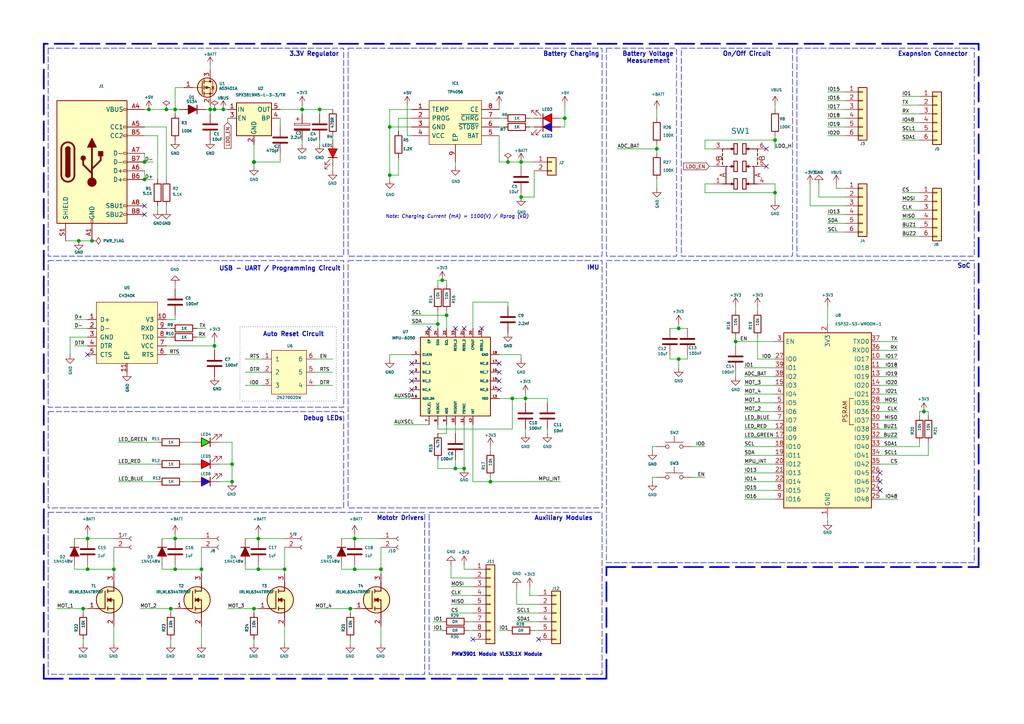
<source format=kicad_sch>
(kicad_sch (version 20250114) (generator "eeschema") (generator_version "9.0")
  (paper "A4")
  (title_block (title "LightWing") (date "2024-10-18") (rev "2.6.C") (company "Jobit Joseph  Semicon Media"))
  (rectangle (start 197.612 13.97) (end 229.87 74.295) (stroke (width 0) (type dash)))
  (rectangle (start 231.14 13.97) (end 282.575 74.295) (stroke (width 0) (type dash)))
  (rectangle (start 100.965 13.97) (end 174.625 74.295) (stroke (width 0) (type dash)))
  (rectangle (start 13.97 75.565) (end 99.695 118.11) (stroke (width 0) (type dash)))
  (rectangle (start 13.97 148.59) (end 123.19 195.58) (stroke (width 0) (type dash)))
  (rectangle (start 69.596 94.742) (end 97.536 116.332) (stroke (width 0) (type dot)))
  (rectangle (start 175.895 13.97) (end 196.215 74.295) (stroke (width 0) (type dash)))
  (rectangle (start 124.46 148.59) (end 174.625 195.58) (stroke (width 0) (type dash)))
  (rectangle (start 100.965 75.565) (end 174.625 147.32) (stroke (width 0) (type dash)))
  (rectangle (start 13.97 119.38) (end 99.695 147.32) (stroke (width 0) (type dash)))
  (rectangle (start 175.895 75.565) (end 282.575 163.195) (stroke (width 0) (type dash)))
  (rectangle (start 13.97 13.97) (end 99.695 74.295) (stroke (width 0) (type dash)))
  (text "Note: Charging Current (mA) = 1100(V) / Rprog (kΩ)" (at 111.76 63.5 0) (effects (font (size 1 1) (italic yes)) (justify left bottom)))
  (text "IMU" (at 170.18 78.486 0) (effects (font (size 1.27 1.27) (thickness 0.254) (bold yes)) (justify left bottom)))
  (text "VL53L1X Module" (at 144.78 190.5 0) (effects (font (size 1 1) (thickness 0.254) (bold yes)) (justify left bottom)))
  (text "Debug LEDs" (at 87.884 122.174 0) (effects (font (size 1.27 1.27) (thickness 0.254) (bold yes)) (justify left bottom)))
  (text "Battery Charging" (at 157.48 16.51 0) (effects (font (size 1.27 1.27) (thickness 0.254) (bold yes)) (justify left bottom)))
  (text "3.3V Regulator" (at 83.82 16.51 0) (effects (font (size 1.27 1.27) (thickness 0.254) (bold yes)) (justify left bottom)))
  (text "Battery Voltage\nMeasurement" (at 187.96 18.542 0) (effects (font (size 1.27 1.27) (thickness 0.254) (bold yes)) (justify bottom)))
  (text "Auto Reset Circuit" (at 76.2 97.79 0) (effects (font (size 1.27 1.27) (thickness 0.254) (bold yes)) (justify left bottom)))
  (text "USB - UART / Programming Circuit" (at 63.5 78.74 0) (effects (font (size 1.27 1.27) (thickness 0.254) (bold yes)) (justify left bottom)))
  (text "SoC" (at 277.622 77.978 0) (effects (font (size 1.27 1.27) (thickness 0.254) (bold yes)) (justify left bottom)))
  (text "Mototr Drivers" (at 109.22 151.13 0) (effects (font (size 1.27 1.27) (thickness 0.254) (bold yes)) (justify left bottom)))
  (text "Exapnsion Connector" (at 260.35 16.51 0) (effects (font (size 1.27 1.27) (thickness 0.254) (bold yes)) (justify left bottom)))
  (text "Auxiliary Modules" (at 154.94 151.13 0) (effects (font (size 1.27 1.27) (thickness 0.254) (bold yes)) (justify left bottom)))
  (text "On/Off Circuit" (at 209.55 16.51 0) (effects (font (size 1.27 1.27) (thickness 0.254) (bold yes)) (justify left bottom)))
  (text "PMW3901 Module" (at 130.81 190.5 0) (effects (font (size 1 1) (thickness 0.254) (bold yes)) (justify left bottom)))
  (junction (at 102.87 156.21))
  (junction (at 64.77 31.75))
  (junction (at 102.87 165.1))
  (junction (at 110.49 165.1))
  (junction (at 49.53 176.53))
  (junction (at 113.03 36.83))
  (junction (at 163.83 34.29))
  (junction (at 24.13 176.53))
  (junction (at 92.71 31.75))
  (junction (at 151.13 46.99))
  (junction (at 148.59 115.57))
  (junction (at 41.91 46.99))
  (junction (at 267.97 119.38))
  (junction (at 48.26 31.75))
  (junction (at 101.6 176.53))
  (junction (at 22.86 69.85))
  (junction (at 50.8 165.1))
  (junction (at 67.31 139.7))
  (junction (at 196.85 104.14))
  (junction (at 33.02 165.1))
  (junction (at 129.54 91.44))
  (junction (at 60.96 31.75))
  (junction (at 62.23 31.75))
  (junction (at 26.67 69.85))
  (junction (at 113.03 50.8))
  (junction (at 73.66 176.53))
  (junction (at 128.27 81.28))
  (junction (at 74.93 165.1))
  (junction (at 25.4 165.1))
  (junction (at 224.79 55.88))
  (junction (at 142.24 139.7))
  (junction (at 62.23 100.33))
  (junction (at 25.4 156.21))
  (junction (at 196.85 95.25))
  (junction (at 82.55 165.1))
  (junction (at 43.18 31.75))
  (junction (at 224.79 40.64))
  (junction (at 127 93.98))
  (junction (at 190.5 43.18))
  (junction (at 134.62 135.89))
  (junction (at 73.66 46.99) (diameter 1.016))
  (junction (at 74.93 156.21))
  (junction (at 132.08 135.89))
  (junction (at 58.42 165.1))
  (junction (at 50.8 31.75))
  (junction (at 213.36 99.06))
  (junction (at 41.91 52.07))
  (junction (at 50.8 156.21))
  (junction (at 87.63 31.75))
  (junction (at 151.13 57.15))
  (junction (at 152.4 115.57))
  (junction (at 147.32 46.99))
  (junction (at 67.31 134.62))
  (no_connect (at 134.62 95.25))
  (no_connect (at 255.27 137.16))
  (no_connect (at 139.7 95.25))
  (no_connect (at 144.78 110.49))
  (no_connect (at 119.38 110.49))
  (no_connect (at 41.91 59.69))
  (no_connect (at 144.78 113.03))
  (no_connect (at 222.25 48.26))
  (no_connect (at 41.91 62.23))
  (no_connect (at 25.4 102.87))
  (no_connect (at 144.78 107.95))
  (no_connect (at 119.38 113.03))
  (no_connect (at 144.78 105.41))
  (no_connect (at 137.16 185.42))
  (no_connect (at 255.27 139.7))
  (no_connect (at 124.46 95.25))
  (no_connect (at 132.08 95.25))
  (no_connect (at 222.25 43.18))
  (no_connect (at 119.38 107.95))
  (no_connect (at 156.21 185.42))
  (no_connect (at 119.38 105.41))
  (no_connect (at 255.27 142.24))
  (wire (pts (xy 137.16 95.25) (xy 137.16 87.63)))
  (wire (pts (xy 240.03 26.67) (xy 245.11 26.67)))
  (wire (pts (xy 190.5 54.61) (xy 190.5 52.07)))
  (wire (pts (xy 152.4 124.46) (xy 152.4 125.73)))
  (wire (pts (xy 81.28 36.83) (xy 81.28 34.29)))
  (wire (pts (xy 196.85 104.14) (xy 196.85 106.68)))
  (wire (pts (xy 260.35 101.6) (xy 255.27 101.6)))
  (wire (pts (xy 137.16 87.63) (xy 147.32 87.63)))
  (wire (pts (xy 213.36 88.9) (xy 213.36 90.17)))
  (polyline (pts (xy 175.895 164.465) (xy 283.845 164.465)) (stroke (width 0.5) (type dash)))
  (wire (pts (xy 118.11 30.48) (xy 118.11 39.37)))
  (wire (pts (xy 115.57 34.29) (xy 119.38 34.29)))
  (wire (pts (xy 19.05 69.85) (xy 22.86 69.85)))
  (wire (pts (xy 25.4 165.1) (xy 21.59 165.1)))
  (wire (pts (xy 132.08 133.35) (xy 132.08 135.89)))
  (wire (pts (xy 50.8 31.75) (xy 50.8 33.02)))
  (wire (pts (xy 224.79 39.37) (xy 224.79 40.64)))
  (wire (pts (xy 43.18 31.75) (xy 48.26 31.75)))
  (wire (pts (xy 261.62 60.96) (xy 266.7 60.96)))
  (wire (pts (xy 213.36 100.33) (xy 213.36 99.06)))
  (wire (pts (xy 59.69 31.75) (xy 60.96 31.75)))
  (wire (pts (xy 149.86 170.18) (xy 149.86 175.26)))
  (wire (pts (xy 91.44 111.76) (xy 96.52 111.76)))
  (wire (pts (xy 144.78 34.29) (xy 146.05 34.29)))
  (wire (pts (xy 190.5 31.75) (xy 190.5 34.29)))
  (wire (pts (xy 102.87 156.21) (xy 99.06 156.21)))
  (wire (pts (xy 59.69 97.79) (xy 57.15 97.79)))
  (wire (pts (xy 255.27 132.08) (xy 269.24 132.08)))
  (wire (pts (xy 163.83 30.48) (xy 163.83 34.29)))
  (wire (pts (xy 16.51 176.53) (xy 24.13 176.53)))
  (wire (pts (xy 240.03 151.13) (xy 240.03 149.86)))
  (wire (pts (xy 144.78 36.83) (xy 146.05 36.83)))
  (wire (pts (xy 127 93.98) (xy 127 95.25)))
  (wire (pts (xy 50.8 165.1) (xy 46.99 165.1)))
  (wire (pts (xy 156.21 172.72) (xy 153.67 172.72)))
  (wire (pts (xy 125.73 180.34) (xy 128.27 180.34)))
  (wire (pts (xy 129.54 81.28) (xy 128.27 81.28)))
  (wire (pts (xy 134.62 123.19) (xy 134.62 135.89)))
  (wire (pts (xy 45.72 139.7) (xy 34.29 139.7)))
  (wire (pts (xy 41.91 31.75) (xy 43.18 31.75)))
  (wire (pts (xy 113.03 31.75) (xy 113.03 36.83)))
  (wire (pts (xy 215.9 129.54) (xy 224.79 129.54)))
  (wire (pts (xy 40.64 176.53) (xy 49.53 176.53)))
  (wire (pts (xy 81.28 46.99) (xy 73.66 46.99)))
  (wire (pts (xy 261.62 68.58) (xy 266.7 68.58)))
  (wire (pts (xy 127 81.28) (xy 128.27 81.28)))
  (wire (pts (xy 127 133.35) (xy 127 135.89)))
  (wire (pts (xy 240.03 39.37) (xy 245.11 39.37)))
  (wire (pts (xy 48.26 95.25) (xy 49.53 95.25)))
  (wire (pts (xy 62.23 100.33) (xy 62.23 101.6)))
  (wire (pts (xy 269.24 120.65) (xy 269.24 119.38)))
  (wire (pts (xy 87.63 31.75) (xy 92.71 31.75)))
  (wire (pts (xy 224.79 30.48) (xy 224.79 31.75)))
  (wire (pts (xy 149.86 180.34) (xy 156.21 180.34)))
  (wire (pts (xy 144.78 115.57) (xy 148.59 115.57)))
  (wire (pts (xy 242.57 54.61) (xy 242.57 53.34)))
  (wire (pts (xy 151.13 46.99) (xy 154.94 46.99)))
  (wire (pts (xy 204.47 55.88) (xy 224.79 55.88)))
  (wire (pts (xy 25.4 95.25) (xy 21.59 95.25)))
  (wire (pts (xy 96.52 48.26) (xy 96.52 49.53)))
  (wire (pts (xy 50.8 25.4) (xy 50.8 31.75)))
  (wire (pts (xy 125.73 182.88) (xy 128.27 182.88)))
  (wire (pts (xy 137.16 167.64) (xy 130.81 167.64)))
  (wire (pts (xy 33.02 158.75) (xy 33.02 165.1)))
  (wire (pts (xy 127 90.17) (xy 127 93.98)))
  (wire (pts (xy 190.5 41.91) (xy 190.5 43.18)))
  (wire (pts (xy 240.03 88.9) (xy 240.03 93.98)))
  (wire (pts (xy 102.87 176.53) (xy 101.6 176.53)))
  (wire (pts (xy 113.03 102.87) (xy 113.03 104.14)))
  (wire (pts (xy 73.66 186.69) (xy 73.66 185.42)))
  (wire (pts (xy 204.47 129.54) (xy 200.66 129.54)))
  (wire (pts (xy 266.7 120.65) (xy 266.7 119.38)))
  (wire (pts (xy 215.9 119.38) (xy 224.79 119.38)))
  (wire (pts (xy 58.42 186.69) (xy 58.42 181.61)))
  (wire (pts (xy 153.67 34.29) (xy 154.94 34.29)))
  (wire (pts (xy 41.91 46.99) (xy 44.45 46.99)))
  (wire (pts (xy 87.63 30.48) (xy 87.63 31.75)))
  (wire (pts (xy 151.13 57.15) (xy 151.13 55.88)))
  (wire (pts (xy 50.8 91.44) (xy 50.8 92.71)))
  (wire (pts (xy 261.62 27.94) (xy 266.7 27.94)))
  (wire (pts (xy 87.63 40.64) (xy 87.63 41.91)))
  (wire (pts (xy 74.93 156.21) (xy 82.55 156.21)))
  (wire (pts (xy 261.62 30.48) (xy 266.7 30.48)))
  (wire (pts (xy 129.54 123.19) (xy 129.54 125.73)))
  (wire (pts (xy 154.94 182.88) (xy 156.21 182.88)))
  (wire (pts (xy 115.57 45.72) (xy 115.57 50.8)))
  (wire (pts (xy 207.01 43.18) (xy 204.47 43.18)))
  (wire (pts (xy 142.24 130.81) (xy 142.24 129.54)))
  (wire (pts (xy 53.34 25.4) (xy 50.8 25.4)))
  (wire (pts (xy 255.27 129.54) (xy 266.7 129.54)))
  (wire (pts (xy 25.4 154.94) (xy 25.4 156.21)))
  (wire (pts (xy 58.42 165.1) (xy 58.42 166.37)))
  (wire (pts (xy 260.35 134.62) (xy 255.27 134.62)))
  (wire (pts (xy 144.78 39.37) (xy 144.78 46.99)))
  (polyline (pts (xy 283.845 164.465) (xy 283.845 12.7)) (stroke (width 0.5) (type dash)))
  (wire (pts (xy 215.9 114.3) (xy 224.79 114.3)))
  (wire (pts (xy 64.77 31.75) (xy 66.04 31.75)))
  (wire (pts (xy 269.24 119.38) (xy 267.97 119.38)))
  (wire (pts (xy 144.78 46.99) (xy 147.32 46.99)))
  (wire (pts (xy 50.8 156.21) (xy 46.99 156.21)))
  (wire (pts (xy 110.49 156.21) (xy 102.87 156.21)))
  (wire (pts (xy 113.03 50.8) (xy 113.03 52.07)))
  (wire (pts (xy 260.35 121.92) (xy 255.27 121.92)))
  (wire (pts (xy 66.04 176.53) (xy 73.66 176.53)))
  (wire (pts (xy 119.38 36.83) (xy 113.03 36.83)))
  (wire (pts (xy 189.23 138.43) (xy 190.5 138.43)))
  (wire (pts (xy 260.35 144.78) (xy 255.27 144.78)))
  (wire (pts (xy 158.75 125.73) (xy 158.75 124.46)))
  (wire (pts (xy 25.4 163.83) (xy 25.4 165.1)))
  (wire (pts (xy 154.94 49.53) (xy 154.94 57.15)))
  (wire (pts (xy 53.34 128.27) (xy 55.88 128.27)))
  (wire (pts (xy 92.71 40.64) (xy 92.71 41.91)))
  (wire (pts (xy 204.47 43.18) (xy 204.47 40.64)))
  (wire (pts (xy 21.59 165.1) (xy 21.59 163.83)))
  (wire (pts (xy 87.63 31.75) (xy 87.63 33.02)))
  (wire (pts (xy 41.91 36.83) (xy 48.26 36.83)))
  (wire (pts (xy 224.79 40.64) (xy 224.79 43.18)))
  (wire (pts (xy 110.49 165.1) (xy 110.49 166.37)))
  (wire (pts (xy 48.26 97.79) (xy 49.53 97.79)))
  (wire (pts (xy 24.13 176.53) (xy 24.13 177.8)))
  (wire (pts (xy 115.57 50.8) (xy 113.03 50.8)))
  (wire (pts (xy 237.49 57.15) (xy 245.11 57.15)))
  (wire (pts (xy 196.85 93.98) (xy 196.85 95.25)))
  (wire (pts (xy 33.02 165.1) (xy 25.4 165.1)))
  (wire (pts (xy 67.31 128.27) (xy 67.31 134.62)))
  (wire (pts (xy 81.28 44.45) (xy 81.28 46.99)))
  (wire (pts (xy 215.9 109.22) (xy 224.79 109.22)))
  (wire (pts (xy 73.66 176.53) (xy 73.66 177.8)))
  (wire (pts (xy 53.34 134.62) (xy 55.88 134.62)))
  (wire (pts (xy 45.72 39.37) (xy 45.72 52.07)))
  (wire (pts (xy 240.03 67.31) (xy 245.11 67.31)))
  (wire (pts (xy 240.03 31.75) (xy 245.11 31.75)))
  (wire (pts (xy 189.23 139.7) (xy 189.23 138.43)))
  (wire (pts (xy 50.8 176.53) (xy 49.53 176.53)))
  (wire (pts (xy 240.03 34.29) (xy 245.11 34.29)))
  (wire (pts (xy 25.4 97.79) (xy 20.32 97.79)))
  (wire (pts (xy 130.81 167.64) (xy 130.81 163.83)))
  (wire (pts (xy 91.44 107.95) (xy 96.52 107.95)))
  (wire (pts (xy 152.4 114.3) (xy 152.4 115.57)))
  (wire (pts (xy 81.28 31.75) (xy 87.63 31.75)))
  (wire (pts (xy 215.9 134.62) (xy 224.79 134.62)))
  (wire (pts (xy 260.35 119.38) (xy 255.27 119.38)))
  (wire (pts (xy 189.23 129.54) (xy 190.5 129.54)))
  (wire (pts (xy 147.32 46.99) (xy 151.13 46.99)))
  (wire (pts (xy 219.71 88.9) (xy 219.71 90.17)))
  (wire (pts (xy 41.91 39.37) (xy 45.72 39.37)))
  (wire (pts (xy 260.35 99.06) (xy 255.27 99.06)))
  (wire (pts (xy 74.93 154.94) (xy 74.93 156.21)))
  (wire (pts (xy 127 135.89) (xy 132.08 135.89)))
  (wire (pts (xy 76.2 107.95) (xy 71.12 107.95)))
  (wire (pts (xy 115.57 38.1) (xy 115.57 34.29)))
  (wire (pts (xy 149.86 175.26) (xy 156.21 175.26)))
  (wire (pts (xy 60.96 31.75) (xy 60.96 33.02)))
  (wire (pts (xy 151.13 104.14) (xy 151.13 102.87)))
  (wire (pts (xy 49.53 186.69) (xy 49.53 185.42)))
  (wire (pts (xy 91.44 176.53) (xy 101.6 176.53)))
  (wire (pts (xy 63.5 139.7) (xy 67.31 139.7)))
  (wire (pts (xy 204.47 53.34) (xy 204.47 55.88)))
  (wire (pts (xy 142.24 138.43) (xy 142.24 139.7)))
  (wire (pts (xy 215.9 132.08) (xy 224.79 132.08)))
  (wire (pts (xy 96.52 39.37) (xy 96.52 40.64)))
  (wire (pts (xy 48.26 31.75) (xy 50.8 31.75)))
  (wire (pts (xy 74.93 156.21) (xy 71.12 156.21)))
  (wire (pts (xy 154.94 57.15) (xy 151.13 57.15)))
  (wire (pts (xy 110.49 158.75) (xy 110.49 165.1)))
  (wire (pts (xy 130.81 177.8) (xy 137.16 177.8)))
  (wire (pts (xy 261.62 63.5) (xy 266.7 63.5)))
  (wire (pts (xy 135.89 182.88) (xy 137.16 182.88)))
  (wire (pts (xy 135.89 180.34) (xy 137.16 180.34)))
  (wire (pts (xy 261.62 33.02) (xy 266.7 33.02)))
  (wire (pts (xy 237.49 57.15) (xy 237.49 53.34)))
  (wire (pts (xy 48.26 100.33) (xy 62.23 100.33)))
  (wire (pts (xy 101.6 186.69) (xy 101.6 185.42)))
  (wire (pts (xy 240.03 62.23) (xy 245.11 62.23)))
  (wire (pts (xy 50.8 163.83) (xy 50.8 165.1)))
  (wire (pts (xy 129.54 82.55) (xy 129.54 81.28)))
  (wire (pts (xy 48.26 60.96) (xy 48.26 59.69)))
  (wire (pts (xy 207.01 53.34) (xy 204.47 53.34)))
  (wire (pts (xy 190.5 43.18) (xy 190.5 44.45)))
  (wire (pts (xy 261.62 40.64) (xy 266.7 40.64)))
  (wire (pts (xy 49.53 176.53) (xy 49.53 177.8)))
  (wire (pts (xy 266.7 119.38) (xy 267.97 119.38)))
  (wire (pts (xy 132.08 135.89) (xy 134.62 135.89)))
  (wire (pts (xy 215.9 137.16) (xy 224.79 137.16)))
  (wire (pts (xy 73.66 46.99) (xy 73.66 48.26)))
  (wire (pts (xy 148.59 124.46) (xy 148.59 115.57)))
  (wire (pts (xy 113.03 36.83) (xy 113.03 50.8)))
  (wire (pts (xy 119.38 93.98) (xy 127 93.98)))
  (wire (pts (xy 41.91 52.07) (xy 44.45 52.07)))
  (wire (pts (xy 46.99 165.1) (xy 46.99 163.83)))
  (wire (pts (xy 82.55 165.1) (xy 74.93 165.1)))
  (wire (pts (xy 234.95 59.69) (xy 234.95 53.34)))
  (wire (pts (xy 25.4 100.33) (xy 21.59 100.33)))
  (wire (pts (xy 261.62 55.88) (xy 266.7 55.88)))
  (wire (pts (xy 142.24 139.7) (xy 162.56 139.7)))
  (wire (pts (xy 25.4 156.21) (xy 33.02 156.21)))
  (wire (pts (xy 48.26 102.87) (xy 52.07 102.87)))
  (wire (pts (xy 50.8 83.82) (xy 50.8 82.55)))
  (wire (pts (xy 48.26 92.71) (xy 50.8 92.71)))
  (wire (pts (xy 215.9 106.68) (xy 224.79 106.68)))
  (wire (pts (xy 62.23 31.75) (xy 64.77 31.75)))
  (wire (pts (xy 260.35 116.84) (xy 255.27 116.84)))
  (wire (pts (xy 50.8 31.75) (xy 52.07 31.75)))
  (wire (pts (xy 82.55 165.1) (xy 82.55 166.37)))
  (wire (pts (xy 132.08 123.19) (xy 132.08 125.73)))
  (wire (pts (xy 48.26 36.83) (xy 48.26 52.07)))
  (wire (pts (xy 215.9 124.46) (xy 224.79 124.46)))
  (wire (pts (xy 234.95 59.69) (xy 245.11 59.69)))
  (wire (pts (xy 33.02 186.69) (xy 33.02 181.61)))
  (wire (pts (xy 127 125.73) (xy 129.54 125.73)))
  (wire (pts (xy 266.7 128.27) (xy 266.7 129.54)))
  (wire (pts (xy 158.75 115.57) (xy 152.4 115.57)))
  (wire (pts (xy 53.34 139.7) (xy 55.88 139.7)))
  (wire (pts (xy 45.72 134.62) (xy 34.29 134.62)))
  (wire (pts (xy 92.71 31.75) (xy 96.52 31.75)))
  (wire (pts (xy 261.62 58.42) (xy 266.7 58.42)))
  (wire (pts (xy 144.78 182.88) (xy 147.32 182.88)))
  (wire (pts (xy 137.16 123.19) (xy 137.16 139.7)))
  (wire (pts (xy 224.79 53.34) (xy 224.79 55.88)))
  (wire (pts (xy 25.4 92.71) (xy 21.59 92.71)))
  (wire (pts (xy 102.87 163.83) (xy 102.87 165.1)))
  (wire (pts (xy 76.2 104.14) (xy 71.12 104.14)))
  (wire (pts (xy 110.49 165.1) (xy 102.87 165.1)))
  (wire (pts (xy 215.9 144.78) (xy 224.79 144.78)))
  (wire (pts (xy 240.03 29.21) (xy 245.11 29.21)))
  (wire (pts (xy 73.66 41.91) (xy 73.66 46.99)))
  (wire (pts (xy 130.81 175.26) (xy 137.16 175.26)))
  (wire (pts (xy 148.59 115.57) (xy 152.4 115.57)))
  (wire (pts (xy 119.38 102.87) (xy 113.03 102.87)))
  (wire (pts (xy 204.47 40.64) (xy 224.79 40.64)))
  (wire (pts (xy 60.96 30.48) (xy 60.96 31.75)))
  (polyline (pts (xy 12.7 12.7) (xy 12.7 196.85)) (stroke (width 0.5) (type dash)))
  (wire (pts (xy 20.32 97.79) (xy 20.32 102.87)))
  (wire (pts (xy 114.3 123.19) (xy 124.46 123.19)))
  (wire (pts (xy 147.32 87.63) (xy 147.32 88.9)))
  (wire (pts (xy 189.23 130.81) (xy 189.23 129.54)))
  (wire (pts (xy 144.78 30.48) (xy 144.78 31.75)))
  (wire (pts (xy 260.35 114.3) (xy 255.27 114.3)))
  (wire (pts (xy 153.67 36.83) (xy 154.94 36.83)))
  (wire (pts (xy 196.85 95.25) (xy 199.39 95.25)))
  (wire (pts (xy 196.85 104.14) (xy 199.39 104.14)))
  (wire (pts (xy 260.35 104.14) (xy 255.27 104.14)))
  (wire (pts (xy 91.44 104.14) (xy 96.52 104.14)))
  (wire (pts (xy 215.9 142.24) (xy 224.79 142.24)))
  (wire (pts (xy 158.75 116.84) (xy 158.75 115.57)))
  (wire (pts (xy 222.25 53.34) (xy 224.79 53.34)))
  (wire (pts (xy 62.23 99.06) (xy 62.23 100.33)))
  (wire (pts (xy 57.15 95.25) (xy 59.69 95.25)))
  (wire (pts (xy 110.49 186.69) (xy 110.49 181.61)))
  (wire (pts (xy 67.31 134.62) (xy 67.31 139.7)))
  (wire (pts (xy 194.31 104.14) (xy 196.85 104.14)))
  (wire (pts (xy 215.9 139.7) (xy 224.79 139.7)))
  (wire (pts (xy 215.9 116.84) (xy 224.79 116.84)))
  (wire (pts (xy 137.16 139.7) (xy 142.24 139.7)))
  (wire (pts (xy 74.93 163.83) (xy 74.93 165.1)))
  (wire (pts (xy 162.56 36.83) (xy 163.83 36.83)))
  (wire (pts (xy 162.56 34.29) (xy 163.83 34.29)))
  (wire (pts (xy 207.01 48.26) (xy 205.74 48.26)))
  (wire (pts (xy 101.6 176.53) (xy 101.6 177.8)))
  (wire (pts (xy 152.4 115.57) (xy 152.4 116.84)))
  (wire (pts (xy 260.35 124.46) (xy 255.27 124.46)))
  (wire (pts (xy 215.9 111.76) (xy 224.79 111.76)))
  (wire (pts (xy 41.91 44.45) (xy 41.91 46.99)))
  (wire (pts (xy 33.02 165.1) (xy 33.02 166.37)))
  (polyline (pts (xy 175.895 196.85) (xy 175.895 164.465)) (stroke (width 0.5) (type dash)))
  (wire (pts (xy 224.79 104.14) (xy 219.71 104.14)))
  (wire (pts (xy 261.62 35.56) (xy 266.7 35.56)))
  (wire (pts (xy 63.5 128.27) (xy 67.31 128.27)))
  (wire (pts (xy 240.03 64.77) (xy 245.11 64.77)))
  (wire (pts (xy 260.35 111.76) (xy 255.27 111.76)))
  (polyline (pts (xy 283.845 12.7) (xy 12.7 12.7)) (stroke (width 0.5) (type dash)))
  (wire (pts (xy 194.31 95.25) (xy 196.85 95.25)))
  (polyline (pts (xy 12.7 196.85) (xy 175.895 196.85)) (stroke (width 0.5) (type dash)))
  (wire (pts (xy 163.83 34.29) (xy 163.83 36.83)))
  (wire (pts (xy 269.24 128.27) (xy 269.24 132.08)))
  (wire (pts (xy 99.06 165.1) (xy 99.06 163.83)))
  (wire (pts (xy 45.72 60.96) (xy 45.72 59.69)))
  (wire (pts (xy 132.08 48.26) (xy 132.08 46.99)))
  (wire (pts (xy 179.07 43.18) (xy 190.5 43.18)))
  (wire (pts (xy 60.96 19.05) (xy 60.96 20.32)))
  (wire (pts (xy 63.5 134.62) (xy 67.31 134.62)))
  (wire (pts (xy 194.31 102.87) (xy 194.31 104.14)))
  (wire (pts (xy 58.42 156.21) (xy 50.8 156.21)))
  (wire (pts (xy 213.36 107.95) (xy 213.36 109.22)))
  (wire (pts (xy 130.81 172.72) (xy 137.16 172.72)))
  (wire (pts (xy 82.55 158.75) (xy 82.55 165.1)))
  (wire (pts (xy 26.67 69.85) (xy 22.86 69.85)))
  (wire (pts (xy 151.13 102.87) (xy 144.78 102.87)))
  (wire (pts (xy 260.35 127) (xy 255.27 127)))
  (wire (pts (xy 137.16 165.1) (xy 134.62 165.1)))
  (wire (pts (xy 102.87 154.94) (xy 102.87 156.21)))
  (wire (pts (xy 129.54 90.17) (xy 129.54 91.44)))
  (wire (pts (xy 58.42 158.75) (xy 58.42 165.1)))
  (wire (pts (xy 153.67 172.72) (xy 153.67 170.18)))
  (wire (pts (xy 149.86 177.8) (xy 156.21 177.8)))
  (wire (pts (xy 24.13 186.69) (xy 24.13 185.42)))
  (wire (pts (xy 92.71 33.02) (xy 92.71 31.75)))
  (wire (pts (xy 25.4 176.53) (xy 24.13 176.53)))
  (wire (pts (xy 260.35 109.22) (xy 255.27 109.22)))
  (wire (pts (xy 74.93 176.53) (xy 73.66 176.53)))
  (wire (pts (xy 213.36 99.06) (xy 213.36 97.79)))
  (wire (pts (xy 74.93 165.1) (xy 71.12 165.1)))
  (wire (pts (xy 213.36 99.06) (xy 224.79 99.06)))
  (wire (pts (xy 114.3 115.57) (xy 119.38 115.57)))
  (wire (pts (xy 50.8 154.94) (xy 50.8 156.21)))
  (wire (pts (xy 224.79 55.88) (xy 224.79 58.42)))
  (wire (pts (xy 21.59 156.21) (xy 25.4 156.21)))
  (wire (pts (xy 151.13 46.99) (xy 151.13 48.26)))
  (wire (pts (xy 127 124.46) (xy 127 123.19)))
  (wire (pts (xy 130.81 170.18) (xy 137.16 170.18)))
  (wire (pts (xy 58.42 165.1) (xy 50.8 165.1)))
  (wire (pts (xy 71.12 165.1) (xy 71.12 163.83)))
  (wire (pts (xy 119.38 31.75) (xy 113.03 31.75)))
  (wire (pts (xy 82.55 186.69) (xy 82.55 181.61)))
  (wire (pts (xy 242.57 54.61) (xy 245.11 54.61)))
  (wire (pts (xy 60.96 31.75) (xy 62.23 31.75)))
  (wire (pts (xy 215.9 127) (xy 224.79 127)))
  (wire (pts (xy 129.54 95.25) (xy 129.54 91.44)))
  (wire (pts (xy 204.47 138.43) (xy 200.66 138.43)))
  (wire (pts (xy 45.72 128.27) (xy 34.29 128.27)))
  (wire (pts (xy 66.04 35.56) (xy 66.04 34.29)))
  (wire (pts (xy 119.38 91.44) (xy 129.54 91.44)))
  (wire (pts (xy 127 82.55) (xy 127 81.28)))
  (wire (pts (xy 134.62 165.1) (xy 134.62 163.83)))
  (wire (pts (xy 102.87 165.1) (xy 99.06 165.1)))
  (wire (pts (xy 260.35 106.68) (xy 255.27 106.68)))
  (wire (pts (xy 199.39 104.14) (xy 199.39 102.87)))
  (wire (pts (xy 119.38 39.37) (xy 118.11 39.37)))
  (wire (pts (xy 76.2 111.76) (xy 71.12 111.76)))
  (wire (pts (xy 215.9 121.92) (xy 224.79 121.92)))
  (wire (pts (xy 240.03 36.83) (xy 245.11 36.83)))
  (wire (pts (xy 219.71 97.79) (xy 219.71 104.14)))
  (wire (pts (xy 261.62 38.1) (xy 266.7 38.1)))
  (wire (pts (xy 127 124.46) (xy 148.59 124.46)))
  (wire (pts (xy 261.62 66.04) (xy 266.7 66.04)))
  (wire (pts (xy 41.91 49.53) (xy 41.91 52.07)))
  (label "DTR" (at 92.71 111.76 0) (effects (font (size 1 1))))
  (label "IO17" (at 260.35 104.14 180) (effects (font (size 1 1))))
  (label "IO48" (at 261.62 35.56 0) (effects (font (size 1 1))))
  (label "SCL1" (at 260.35 132.08 180) (effects (font (size 1 1))))
  (label "AUXSDA" (at 114.3 115.57 0) (effects (font (size 1 1))))
  (label "MOT_2" (at 40.64 176.53 0) (effects (font (size 1 1))))
  (label "LDO_H" (at 224.79 43.18 0) (effects (font (size 1 1))))
  (label "IO19" (at 240.03 36.83 0) (effects (font (size 1 1))))
  (label "LED_GREEN" (at 34.29 128.27 0) (effects (font (size 1 1))))
  (label "CS" (at 130.81 177.8 0) (effects (font (size 1 1))))
  (label "MOSI" (at 130.81 170.18 0) (effects (font (size 1 1))))
  (label "EN" (at 214.63 99.06 0) (effects (font (size 1 1))))
  (label "CS" (at 261.62 55.88 0) (effects (font (size 1 1))))
  (label "BUZ1" (at 260.35 124.46 180) (effects (font (size 1 1))))
  (label "SCL" (at 215.9 129.54 0) (effects (font (size 1 1))))
  (label "SDA" (at 119.38 93.98 0) (effects (font (size 1 1))))
  (label "IO1" (at 125.73 182.88 0) (effects (font (size 1 1))))
  (label "IO15" (at 240.03 26.67 0) (effects (font (size 1 1))))
  (label "CS" (at 260.35 134.62 180) (effects (font (size 1 1))))
  (label "SDA1" (at 260.35 129.54 180) (effects (font (size 1 1))))
  (label "IO17" (at 240.03 31.75 0) (effects (font (size 1 1))))
  (label "MISO" (at 130.81 175.26 0) (effects (font (size 1 1))))
  (label "IO20" (at 240.03 39.37 0) (effects (font (size 1 1))))
  (label "TX" (at 261.62 30.48 0) (effects (font (size 1 1))))
  (label "BUZ2" (at 260.35 127 180) (effects (font (size 1 1))))
  (label "MOT_1" (at 215.9 116.84 0) (effects (font (size 1 1))))
  (label "CLK" (at 130.81 172.72 0) (effects (font (size 1 1))))
  (label "EN" (at 204.47 138.43 180) (effects (font (size 1 1))))
  (label "LED_GREEN" (at 215.9 127 0) (effects (font (size 1 1))))
  (label "RX" (at 59.69 97.79 180) (effects (font (size 1 1))))
  (label "MOSI" (at 260.35 116.84 180) (effects (font (size 1 1))))
  (label "LED_BLUE" (at 215.9 121.92 0) (effects (font (size 1 1))))
  (label "ADC_BAT" (at 215.9 109.22 0) (effects (font (size 1 1))))
  (label "RTS" (at 92.71 107.95 0) (effects (font (size 1 1))))
  (label "CLK" (at 260.35 119.38 180) (effects (font (size 1 1))))
  (label "ADC_BAT" (at 179.07 43.18 0) (effects (font (size 1 1))))
  (label "SCL1" (at 149.86 177.8 0) (effects (font (size 1 1))))
  (label "D-" (at 21.59 95.25 0) (effects (font (size 1 1))))
  (label "SCL" (at 119.38 91.44 0) (effects (font (size 1 1))))
  (label "IO13" (at 240.03 62.23 0) (effects (font (size 1 1))))
  (label "IO19" (at 260.35 109.22 180) (effects (font (size 1 1))))
  (label "AUXSCL" (at 114.3 123.19 0) (effects (font (size 1 1))))
  (label "IO0" (at 220.98 104.14 0) (effects (font (size 1 1))))
  (label "IO16" (at 215.9 144.78 0) (effects (font (size 1 1))))
  (label "TX" (at 59.69 95.25 180) (effects (font (size 1 1))))
  (label "DTR" (at 21.59 100.33 0) (effects (font (size 1 1))))
  (label "RX" (at 260.35 101.6 180) (effects (font (size 1 1))))
  (label "IO18" (at 260.35 106.68 180) (effects (font (size 1 1))))
  (label "MOT_3" (at 215.9 111.76 0) (effects (font (size 1 1))))
  (label "MOT_4" (at 215.9 114.3 0) (effects (font (size 1 1))))
  (label "MOSI" (at 261.62 58.42 0) (effects (font (size 1 1))))
  (label "LED_RED" (at 215.9 124.46 0) (effects (font (size 1 1))))
  (label "RTS" (at 72.39 104.14 0) (effects (font (size 1 1))))
  (label "SCL" (at 240.03 67.31 0) (effects (font (size 1 1))))
  (label "IO15" (at 215.9 142.24 0) (effects (font (size 1 1))))
  (label "MOT_3" (at 66.04 176.53 0) (effects (font (size 1 1))))
  (label "SDA" (at 215.9 132.08 0) (effects (font (size 1 1))))
  (label "IO1" (at 125.73 180.34 0) (effects (font (size 1 1))))
  (label "CLK" (at 261.62 60.96 0) (effects (font (size 1 1))))
  (label "MPU_INT" (at 162.56 139.7 180) (effects (font (size 1 1))))
  (label "MOT_4" (at 91.44 176.53 0) (effects (font (size 1 1))))
  (label "IO1" (at 261.62 27.94 0) (effects (font (size 1 1))))
  (label "D+" (at 44.45 52.07 180) (effects (font (size 1 1))))
  (label "SDA1" (at 261.62 40.64 0) (effects (font (size 1 1))))
  (label "DTR" (at 72.39 107.95 0) (effects (font (size 1 1))))
  (label "SDA" (at 240.03 64.77 0) (effects (font (size 1 1))))
  (label "SDA1" (at 149.86 180.34 0) (effects (font (size 1 1))))
  (label "IO13" (at 215.9 137.16 0) (effects (font (size 1 1))))
  (label "IO14" (at 215.9 139.7 0) (effects (font (size 1 1))))
  (label "IO1" (at 215.9 106.68 0) (effects (font (size 1 1))))
  (label "MISO" (at 260.35 121.92 180) (effects (font (size 1 1))))
  (label "MOT_1" (at 16.51 176.53 0) (effects (font (size 1 1))))
  (label "IO48" (at 260.35 144.78 180) (effects (font (size 1 1))))
  (label "EN" (at 92.71 104.14 0) (effects (font (size 1 1))))
  (label "IO20" (at 260.35 111.76 180) (effects (font (size 1 1))))
  (label "IO1" (at 144.78 182.88 0) (effects (font (size 1 1))))
  (label "MOT_2" (at 215.9 119.38 0) (effects (font (size 1 1))))
  (label "IO16" (at 240.03 29.21 0) (effects (font (size 1 1))))
  (label "TX" (at 260.35 99.06 180) (effects (font (size 1 1))))
  (label "SCL1" (at 261.62 38.1 0) (effects (font (size 1 1))))
  (label "D+" (at 21.59 92.71 0) (effects (font (size 1 1))))
  (label "LED_RED" (at 34.29 134.62 0) (effects (font (size 1 1))))
  (label "LED_BLUE" (at 34.29 139.7 0) (effects (font (size 1 1))))
  (label "BUZ2" (at 261.62 68.58 0) (effects (font (size 1 1))))
  (label "RTS" (at 52.07 102.87 180) (effects (font (size 1 1))))
  (label "RX" (at 261.62 33.02 0) (effects (font (size 1 1))))
  (label "IO18" (at 240.03 34.29 0) (effects (font (size 1 1))))
  (label "IO0" (at 72.39 111.76 0) (effects (font (size 1 1))))
  (label "BUZ1" (at 261.62 66.04 0) (effects (font (size 1 1))))
  (label "MPU_INT" (at 215.9 134.62 0) (effects (font (size 1 1))))
  (label "IO0" (at 204.47 129.54 180) (effects (font (size 1 1))))
  (label "MISO" (at 261.62 63.5 0) (effects (font (size 1 1))))
  (label "D-" (at 44.45 46.99 180) (effects (font (size 1 1))))
  (label "IO21" (at 260.35 114.3 180) (effects (font (size 1 1))))
  (global_label "LDO_EN" (shape input) (at 205.74 48.26 180) (effects (font (size 1 1))) (property "Intersheetrefs" "${INTERSHEET_REFS}" (effects (hide yes))))
  (global_label "LDO_EN" (shape input) (at 66.04 35.56 270) (effects (font (size 1 1))) (property "Intersheetrefs" "${INTERSHEET_REFS}" (effects (hide yes))))
  (symbol (lib_id "Library:GND") (at 22.86 69.85 0) (unit 1)
    (property "Reference" "#PWR0127" (effects (hide yes)))
    (property "Value" "GND" (at 22.86 73.152 0) (effects (font (size 0.8 0.8))))
  )
  (symbol (lib_id "Library:+BATT") (at 190.5 31.75 0) (unit 1)
    (property "Reference" "#PWR0102" (effects (hide yes)))
    (property "Value" "+BATT" (at 190.881 27.3558 0) (effects (font (size 0.8 0.8))))
  )
  (symbol (lib_id "Library:GND") (at 50.8 40.64 0) (unit 1)
    (property "Reference" "#PWR0130" (effects (hide yes)))
    (property "Value" "GND" (at 50.8 44.45 0) (effects (font (size 0.8 0.8))))
  )
  (symbol (lib_name "1N4148W_1") (lib_id "Library:1N4148W_1") (at 99.06 160.02 270) (unit 1)
    (property "Reference" "D5" (at 94.742 161.544 90) (effects (font (size 0.8 0.8)) (justify left)))
    (property "Value" "1N4148W" (at 92.964 162.814 90) (effects (font (size 0.8 0.8)) (justify left)))
    (property "Footprint" "Library:D_SOD-123F" (effects (hide yes)))
    (property "Datasheet" "https://www.vishay.com/docs/85748/1n4148w.pdf" (effects (hide yes)))
    (property "LCSC Part #" "C81598" (effects (hide yes)))
    (property "LCSC Link" "https://www.lcsc.com/product-detail/Switching-Diodes_ST-Semtech-1N4148W_C81598.html" (effects (hide yes)))
    (property "MFR.Part #" "1N4148W" (effects (hide yes)))
    (property "Manufacturer" "ST(Semtech)" (effects (hide yes)))
    (property "Package" "SOD-123" (effects (hide yes)))
    (property "JLCA Type" "Basic" (effects (hide yes)))
  )
  (symbol (lib_name "SI2302DS-T1_1") (lib_id "Library:SI2302DS-T1_1") (at 25.4 176.53 0) (unit 1)
    (property "Reference" "T1" (at 26.416 169.926 0) (effects (font (size 0.8 0.8)) (justify left)))
    (property "Value" "IRLML6344TRPBF" (at 19.812 171.704 0) (effects (font (size 0.8 0.8)) (justify left)))
    (property "Footprint" "Library:SOT95P237X112-3N" (effects (hide yes)))
    (property "Datasheet" "https://www.lcsc.com/datasheet/lcsc_datasheet_2305231118_HXY-MOSFET-IRLML6344TRPBF-HXY_C6285738.pdf" (effects (hide yes)))
    (property "LCSC Part #" "C6285738 " (effects (hide yes)))
    (property "LCSC Link" "https://www.lcsc.com/product-detail/MOSFETs_HXY-MOSFET-IRLML6344TRPBF-HXY_C6285738.html" (effects (hide yes)))
    (property "MFR.Part #" "IRLML6344TRPBF-HXY" (effects (hide yes)))
    (property "Manufacturer" " HXY MOSFET" (effects (hide yes)))
    (property "Package" "SOT-23" (effects (hide yes)))
    (property "JLCA Type" "Extended" (effects (hide yes)))
  )
  (symbol (lib_id "Library:R") (at 96.52 35.56 180) (unit 1)
    (property "Reference" "R4" (at 95.631 39.624 0) (effects (font (size 0.8 0.8))))
    (property "Value" "470R" (at 96.4184 35.56 90) (effects (font (size 0.8 0.8))))
    (property "Footprint" "Library:R_0603_1608Metric" (effects (hide yes)))
    (property "Datasheet" "https://www.lcsc.com/datasheet/lcsc_datasheet_2206010116_UNI-ROYAL-Uniroyal-Elec-0603WAF4700T5E_C23179.pdf" (effects (hide yes)))
    (property "LCSC Part #" "C23179" (effects (hide yes)))
    (property "LCSC Link" "https://www.lcsc.com/product-detail/Chip-Resistor-Surface-Mount_UNI-ROYAL-Uniroyal-Elec-0603WAF4700T5E_C23179.html" (effects (hide yes)))
    (property "MFR.Part #" "0603WAF4700T5E" (effects (hide yes)))
    (property "Manufacturer" "UNI-ROYAL(Uniroyal Elec)" (effects (hide yes)))
    (property "Package" "R0603" (effects (hide yes)))
    (property "JLCA Type" "Basic" (effects (hide yes)))
  )
  (symbol (lib_id "Library:Conn_01x06") (at 250.19 31.75 0) (unit 1) (in_bom no)
    (property "Reference" "J3" (at 249.428 41.656 0) (effects (font (size 0.8 0.8)) (justify left)))
    (property "Value" "Conn_01x06" (effects (hide yes)))
    (property "Footprint" "Library:PinHeader_1x06_P2.54mm_Vertical" (effects (hide yes)))
    (property "Description" "Generic connector, single row, 01x06, script generated (kicad-library-utils/schlib/autogen/connector/)" (effects (hide yes)))
  )
  (symbol (lib_id "Library:R") (at 115.57 41.91 0) (unit 1)
    (property "Reference" "R5" (at 116.84 40.64 0) (effects (font (size 0.8 0.8)) (justify left)))
    (property "Value" "1.2K" (at 116.84 43.18 0) (effects (font (size 0.8 0.8)) (justify left)))
    (property "Footprint" "Library:R_0603_1608Metric" (effects (hide yes)))
    (property "Datasheet" "https://www.lcsc.com/datasheet/lcsc_datasheet_2206010130_UNI-ROYAL-Uniroyal-Elec-0603WAF1201T5E_C22765.pdf" (effects (hide yes)))
    (property "LCSC Part #" "C22765" (effects (hide yes)))
    (property "LCSC Link" "https://www.lcsc.com/product-detail/Chip-Resistor-Surface-Mount_UNI-ROYAL-Uniroyal-Elec-0603WAF1201T5E_C22765.html" (effects (hide yes)))
    (property "MFR.Part #" "0603WAF1201T5E" (effects (hide yes)))
    (property "Manufacturer" "UNI-ROYAL(Uniroyal Elec)" (effects (hide yes)))
    (property "Package" "R0603" (effects (hide yes)))
    (property "JLCA Type" "Basic" (effects (hide yes)))
  )
  (symbol (lib_id "Library:+BATT") (at 25.4 154.94 0) (unit 1)
    (property "Reference" "#PWR0138" (effects (hide yes)))
    (property "Value" "+BATT" (at 25.781 150.5458 0) (effects (font (size 0.8 0.8))))
  )
  (symbol (lib_id "Library:C") (at 102.87 160.02 0) (unit 1)
    (property "Reference" "C18" (at 105.791 158.8516 0) (effects (font (size 0.8 0.8)) (justify left)))
    (property "Value" "1uF" (at 105.791 161.163 0) (effects (font (size 0.8 0.8)) (justify left)))
    (property "Footprint" "Library:C_0603_1608Metric" (effects (hide yes)))
    (property "Datasheet" "https://www.lcsc.com/datasheet/lcsc_datasheet_2304140030_Samsung-Electro-Mechanics-CL10A105KB8NNNC_C15849.pdf" (effects (hide yes)))
    (property "LCSC Part #" "C15849" (effects (hide yes)))
    (property "LCSC Link" "https://www.lcsc.com/product-detail/Multilayer-Ceramic-Capacitors-MLCC-SMD-SMT_Samsung-Electro-Mechanics-CL10A105KB8NNNC_C15849.html" (effects (hide yes)))
    (property "MFR.Part #" "CL10A105KB8NNNC" (effects (hide yes)))
    (property "Manufacturer" "Samsung Electro-Mechanics" (effects (hide yes)))
    (property "Package" "C0603" (effects (hide yes)))
    (property "JLCA Type" "Basic" (effects (hide yes)))
  )
  (symbol (lib_id "Library:R") (at 50.8 36.83 0) (unit 1)
    (property "Reference" "R3" (at 52.578 35.6616 0) (effects (font (size 0.8 0.8)) (justify left)))
    (property "Value" "100K" (at 52.578 37.973 0) (effects (font (size 0.8 0.8)) (justify left)))
    (property "Footprint" "Library:R_0603_1608Metric" (effects (hide yes)))
    (property "Datasheet" "https://www.lcsc.com/datasheet/lcsc_datasheet_2206010045_UNI-ROYAL-Uniroyal-Elec-0603WAF1003T5E_C25803.pdf" (effects (hide yes)))
    (property "LCSC Part #" "C25803" (effects (hide yes)))
    (property "LCSC Link" "https://www.lcsc.com/product-detail/Chip-Resistor-Surface-Mount_UNI-ROYAL-Uniroyal-Elec-0603WAF1003T5E_C25803.html" (effects (hide yes)))
    (property "MFR.Part #" "0603WAF1003T5E" (effects (hide yes)))
    (property "Manufacturer" " UNI-ROYAL(Uniroyal Elec)" (effects (hide yes)))
    (property "Package" "R0603" (effects (hide yes)))
    (property "JLCA Type" "Basic" (effects (hide yes)))
  )
  (symbol (lib_name "LED_5") (lib_id "Library:LED_5") (at 59.69 139.7 180) (unit 1)
    (property "Reference" "LED6" (at 59.69 137.414 0) (effects (font (size 0.8 0.8))))
    (property "Value" "LED_Blue" (effects (hide yes)))
    (property "Footprint" "Library:LED_0603_1608Metric" (effects (hide yes)))
    (property "Datasheet" "https://www.lcsc.com/datasheet/lcsc_datasheet_1810220913_Hubei-KENTO-Elec-KT-0603B_C2288.pdf" (effects (hide yes)))
    (property "LCSC Part #" "C2288" (effects (hide yes)))
    (property "LCSC Link" "https://www.lcsc.com/product-detail/LED-Indication-Discrete_Hubei-KENTO-Elec-KT-0603B_C2288.html" (effects (hide yes)))
    (property "MFR.Part #" "KT-0603B" (effects (hide yes)))
    (property "Manufacturer" "Hubei KENTO Elec" (effects (hide yes)))
    (property "Package" "LED0603" (effects (hide yes)))
    (property "JLCA Type" "Basic" (effects (hide yes)))
  )
  (symbol (lib_id "Library:+3V3") (at 196.85 93.98 0) (unit 1)
    (property "Reference" "#PWR0114" (effects (hide yes)))
    (property "Value" "+3V3" (at 196.723 90.3478 0) (effects (font (size 0.8 0.8))))
  )
  (symbol (lib_name "LED_4") (lib_id "Library:LED_4") (at 96.52 44.45 270) (mirror x) (unit 1)
    (property "Reference" "LED1" (at 94.996 42.164 90) (effects (font (size 0.8 0.8))))
    (property "Value" "LED_Red" (effects (hide yes)))
    (property "Footprint" "Library:LED_0603_1608Metric" (effects (hide yes)))
    (property "Datasheet" "https://www.lcsc.com/datasheet/lcsc_datasheet_1810231112_Hubei-KENTO-Elec-KT-0603R_C2286.pdf" (effects (hide yes)))
    (property "LCSC Part #" "C2286" (effects (hide yes)))
    (property "LCSC Link" "https://www.lcsc.com/product-detail/LED-Indication-Discrete_Hubei-KENTO-Elec-KT-0603R_C2286.html" (effects (hide yes)))
    (property "MFR.Part #" "KT-0603R" (effects (hide yes)))
    (property "Manufacturer" "Hubei KENTO Elec" (effects (hide yes)))
    (property "Package" "LED0603" (effects (hide yes)))
    (property "JLCA Type" "Basic" (effects (hide yes)))
  )
  (symbol (lib_id "Library:GND") (at 190.5 54.61 0) (unit 1)
    (property "Reference" "#PWR0101" (effects (hide yes)))
    (property "Value" "GND" (at 190.627 57.8612 90) (effects (font (size 0.8 0.8)) (justify right)))
  )
  (symbol (lib_name "SI2302DS-T1_1") (lib_id "Library:SI2302DS-T1_1") (at 50.8 176.53 0) (unit 1)
    (property "Reference" "T2" (at 51.816 169.926 0) (effects (font (size 0.8 0.8)) (justify left)))
    (property "Value" "IRLML6344TRPBF" (at 45.212 171.704 0) (effects (font (size 0.8 0.8)) (justify left)))
    (property "Footprint" "Library:SOT95P237X112-3N" (effects (hide yes)))
    (property "Datasheet" "https://www.lcsc.com/datasheet/lcsc_datasheet_2305231118_HXY-MOSFET-IRLML6344TRPBF-HXY_C6285738.pdf" (effects (hide yes)))
    (property "LCSC Part #" "C6285738 " (effects (hide yes)))
    (property "LCSC Link" "https://www.lcsc.com/product-detail/MOSFETs_HXY-MOSFET-IRLML6344TRPBF-HXY_C6285738.html" (effects (hide yes)))
    (property "MFR.Part #" "IRLML6344TRPBF-HXY" (effects (hide yes)))
    (property "Manufacturer" " HXY MOSFET" (effects (hide yes)))
    (property "Package" "SOT-23" (effects (hide yes)))
    (property "JLCA Type" "Extended" (effects (hide yes)))
  )
  (symbol (lib_id "Library:DDC114TU-7-F-my") (at 83.82 107.95 0) (unit 1)
    (property "Reference" "U6" (at 84.074 100.33 0) (effects (font (size 0.8 0.8))))
    (property "Value" "2N27002DW" (at 83.82 115.316 0) (effects (font (size 0.8 0.8))))
    (property "Footprint" "Library:SOT-363_SC-70-6" (effects (hide yes)))
    (property "Datasheet" "https://wmsc.lcsc.com/wmsc/upload/file/pdf/v2/lcsc/2210111800_Guangdong-Hottech-2N7002DW_C5190214.pdf" (effects (hide yes)))
    (property "LCSC Part #" "C5190214" (effects (hide yes)))
    (property "LCSC Link" "https://www.lcsc.com/product-detail/MOSFETs_Guangdong-Hottech-2N7002DW_C5190214.html" (effects (hide yes)))
    (property "MFR.Part #" "2N27002DW" (effects (hide yes)))
    (property "Manufacturer" "Guangdong Hottech" (effects (hide yes)))
    (property "Package" "SOT-363" (effects (hide yes)))
    (property "JLCA Type" "Extended" (effects (hide yes)))
  )
  (symbol (lib_id "Library:+5V") (at 163.83 30.48 0) (unit 1)
    (property "Reference" "#PWR04" (effects (hide yes)))
    (property "Value" "+5V" (at 163.83 26.924 0) (effects (font (size 0.8 0.8))))
  )
  (symbol (lib_id "Library:GND") (at 240.03 151.13 0) (unit 1)
    (property "Reference" "#PWR0108" (effects (hide yes)))
    (property "Value" "GND" (at 240.03 154.432 0) (effects (font (size 0.8 0.8))))
  )
  (symbol (lib_id "Library:ch340k-my") (at 36.83 96.52 0) (unit 1)
    (property "Reference" "U5" (at 36.83 83.439 0) (effects (font (size 0.8 0.8))))
    (property "Value" "CH340K" (at 36.83 85.7504 0) (effects (font (size 0.8 0.8))))
    (property "Footprint" "Library:ESSOP-10_3.9x4.9mm_P1.00mm" (effects (hide yes)))
    (property "Datasheet" "https://wmsc.lcsc.com/wmsc/upload/file/pdf/v2/lcsc/2403131103_WCH-Jiangsu-Qin-Heng-CH340K_C18208922.pdf" (effects (hide yes)))
    (property "LCSC Part #" "C18208922" (effects (hide yes)))
    (property "LCSC Link" "https://www.lcsc.com/product-detail/USB-Converters_WCH-Jiangsu-Qin-Heng-CH340K_C18208922.html" (effects (hide yes)))
    (property "MFR.Part #" "CH340K" (effects (hide yes)))
    (property "Manufacturer" "WCH(Jiangsu Qin Heng)" (effects (hide yes)))
    (property "Package" "ESSOP-10-150mil-1mm" (effects (hide yes)))
    (property "JLCA Type" "Extended" (effects (hide yes)))
  )
  (symbol (lib_id "Library:GND") (at 158.75 125.73 0) (unit 1)
    (property "Reference" "#PWR0141" (effects (hide yes)))
    (property "Value" "GND" (at 158.75 129.54 0) (effects (font (size 0.8 0.8))))
  )
  (symbol (lib_id "Library:+3V3") (at 87.63 30.48 0) (unit 1)
    (property "Reference" "#PWR0120" (effects (hide yes)))
    (property "Value" "+3V3" (at 87.503 26.8478 0) (effects (font (size 0.8 0.8))))
  )
  (symbol (lib_id "Library:C") (at 50.8 87.63 0) (unit 1)
    (property "Reference" "C6" (at 53.721 86.4616 0) (effects (font (size 0.8 0.8)) (justify left)))
    (property "Value" "100nF" (at 53.848 88.138 0) (effects (font (size 0.8 0.8)) (justify left)))
    (property "Footprint" "Library:C_0603_1608Metric" (effects (hide yes)))
    (property "Datasheet" "https://www.lcsc.com/datasheet/lcsc_datasheet_2211101700_YAGEO-CC0603KRX7R9BB104_C14663.pdf" (effects (hide yes)))
    (property "LCSC Part #" "C14663" (effects (hide yes)))
    (property "LCSC Link" "https://www.lcsc.com/product-detail/Multilayer-Ceramic-Capacitors-MLCC-SMD-SMT_YAGEO-CC0603KRX7R9BB104_C14663.html" (effects (hide yes)))
    (property "MFR.Part #" "CC0603KRX7R9BB104" (effects (hide yes)))
    (property "Manufacturer" " YAGEO" (effects (hide yes)))
    (property "Package" "C0603" (effects (hide yes)))
    (property "JLCA Type" "Basic" (effects (hide yes)))
  )
  (symbol (lib_id "Library:GND") (at 237.49 53.34 180) (unit 1)
    (property "Reference" "#PWR06" (effects (hide yes)))
    (property "Value" "GND" (at 236.22 50.038 0) (effects (font (size 0.8 0.8)) (justify right)))
  )
  (symbol (lib_id "Library:DMG3415U-7") (at 58.42 25.4 0) (unit 1)
    (property "Reference" "U1" (at 63.6016 24.2316 0) (effects (font (size 0.8 0.8)) (justify left)))
    (property "Value" "AO3401A" (at 63.5 25.654 0) (effects (font (size 0.8 0.8)) (justify left)))
    (property "Footprint" "Library:SOT-23" (effects (hide yes)))
    (property "Datasheet" "https://www.lcsc.com/datasheet/lcsc_datasheet_1810171817_Alpha---Omega-Semicon-AO3401A_C15127.pdf" (effects (hide yes)))
    (property "LCSC Part #" "C15127" (effects (hide yes)))
    (property "LCSC Link" "https://www.lcsc.com/product-detail/MOSFETs_Alpha-Omega-Semicon-AO3401A_C15127.html" (effects (hide yes)))
    (property "MFR.Part #" "AO3401A" (effects (hide yes)))
    (property "Manufacturer" "Alpha & Omega Semicon" (effects (hide yes)))
    (property "Package" "SOT-23" (effects (hide yes)))
    (property "JLCA Type" "Basic" (effects (hide yes)))
  )
  (symbol (lib_id "Library:MPU-6050") (at 116.84 102.87 0) (unit 1)
    (property "Reference" "U7" (at 117.602 96.266 0) (effects (font (size 0.8 0.8))))
    (property "Value" "MPU-6050" (at 117.094 98.044 0) (effects (font (size 0.8 0.8))))
    (property "Footprint" "Library:MPU6050" (effects (hide yes)))
    (property "Datasheet" "https://www.lcsc.com/datasheet/lcsc_datasheet_1811071024_TDK-InvenSense-MPU-6050_C24112.pdf" (effects (hide yes)))
    (property "LCSC Part #" "C24112" (effects (hide yes)))
    (property "LCSC Link" "https://www.lcsc.com/product-detail/Accelerometers_TDK-InvenSense-MPU-6050_C24112.html" (effects (hide yes)))
    (property "MFR.Part #" "MPU-6050" (effects (hide yes)))
    (property "Manufacturer" "TDK InvenSense" (effects (hide yes)))
    (property "Package" "QFN-24-EP(4x4)" (effects (hide yes)))
    (property "JLCA Type" "Extended" (effects (hide yes)))
  )
  (symbol (lib_id "Library:+3V3") (at 152.4 114.3 0) (unit 1)
    (property "Reference" "#PWR0169" (effects (hide yes)))
    (property "Value" "+3V3" (at 152.273 110.6678 0) (effects (font (size 0.8 0.8))))
  )
  (symbol (lib_id "Library:PWR_FLAG") (at 62.23 31.75 0) (unit 1)
    (property "Reference" "#FLG02" (effects (hide yes)))
    (property "Value" "PWR_FLAG" (effects (hide yes)))
  )
  (symbol (lib_name "1N4148W_1") (lib_id "Library:1N4148W_1") (at 46.99 160.02 270) (unit 1)
    (property "Reference" "D3" (at 42.672 161.544 90) (effects (font (size 0.8 0.8)) (justify left)))
    (property "Value" "1N4148W" (at 40.894 162.814 90) (effects (font (size 0.8 0.8)) (justify left)))
    (property "Footprint" "Library:D_SOD-123F" (effects (hide yes)))
    (property "Datasheet" "https://www.vishay.com/docs/85748/1n4148w.pdf" (effects (hide yes)))
    (property "LCSC Part #" "C81598" (effects (hide yes)))
    (property "LCSC Link" "https://www.lcsc.com/product-detail/Switching-Diodes_ST-Semtech-1N4148W_C81598.html" (effects (hide yes)))
    (property "MFR.Part #" "1N4148W" (effects (hide yes)))
    (property "Manufacturer" "ST(Semtech)" (effects (hide yes)))
    (property "Package" "SOD-123" (effects (hide yes)))
    (property "JLCA Type" "Basic" (effects (hide yes)))
  )
  (symbol (lib_id "Library:R") (at 190.5 38.1 0) (unit 1)
    (property "Reference" "R26" (at 192.278 36.9316 0) (effects (font (size 0.8 0.8)) (justify left)))
    (property "Value" "100K" (at 192.278 39.243 0) (effects (font (size 0.8 0.8)) (justify left)))
    (property "Footprint" "Library:R_0603_1608Metric" (effects (hide yes)))
    (property "Datasheet" "https://www.lcsc.com/datasheet/lcsc_datasheet_2206010045_UNI-ROYAL-Uniroyal-Elec-0603WAF1003T5E_C25803.pdf" (effects (hide yes)))
    (property "LCSC Part #" "C25803" (effects (hide yes)))
    (property "LCSC Link" "https://www.lcsc.com/product-detail/Chip-Resistor-Surface-Mount_UNI-ROYAL-Uniroyal-Elec-0603WAF1003T5E_C25803.html" (effects (hide yes)))
    (property "MFR.Part #" "0603WAF1003T5E" (effects (hide yes)))
    (property "Manufacturer" "UNI-ROYAL(Uniroyal Elec)" (effects (hide yes)))
    (property "Package" "R0603" (effects (hide yes)))
    (property "JLCA Type" "Baic" (effects (hide yes)))
  )
  (symbol (lib_id "Library:R") (at 132.08 180.34 90) (unit 1)
    (property "Reference" "R29" (at 133.096 178.562 90) (effects (font (size 0.8 0.8)) (justify left)))
    (property "Value" "0R" (at 132.842 180.34 90) (effects (font (size 0.8 0.8)) (justify left)))
    (property "Footprint" "Library:R_0603_1608Metric" (effects (hide yes)))
    (property "Datasheet" "https://www.lcsc.com/datasheet/lcsc_datasheet_2206010130_UNI-ROYAL-Uniroyal-Elec-0603WAF0000T5E_C21189.pdf" (effects (hide yes)))
    (property "LCSC Part #" " C21189" (effects (hide yes)))
    (property "LCSC Link" "https://www.lcsc.com/product-detail/Chip-Resistor-Surface-Mount_UNI-ROYAL-Uniroyal-Elec-0603WAF0000T5E_C21189.html" (effects (hide yes)))
    (property "MFR.Part #" "0603WAF0000T5E" (effects (hide yes)))
    (property "Manufacturer" "UNI-ROYAL(Uniroyal Elec)" (effects (hide yes)))
    (property "Package" "R0603" (effects (hide yes)))
    (property "JLCA Type" "Basic" (effects (hide yes)))
  )
  (symbol (lib_name "LED_3") (lib_id "Library:LED_3") (at 59.69 128.27 180) (unit 1)
    (property "Reference" "LED4" (at 59.69 125.984 0) (effects (font (size 0.8 0.8))))
    (property "Value" "LED_Green" (effects (hide yes)))
    (property "Footprint" "Library:LED_0603_1608Metric" (effects (hide yes)))
    (property "Datasheet" "https://www.lcsc.com/datasheet/lcsc_datasheet_1810231514_Lite-On-LTST-C193TGKT-5A_C12065.pdf" (effects (hide yes)))
    (property "LCSC Part #" "C12065" (effects (hide yes)))
    (property "LCSC Link" "https://www.lcsc.com/product-detail/LED-Indication-Discrete_Lite-On-LTST-C193TGKT-5A_C12065.html" (effects (hide yes)))
    (property "MFR.Part #" "LTST-C193TGKT-5A" (effects (hide yes)))
    (property "Manufacturer" "Lite-On" (effects (hide yes)))
    (property "Package" "LED0603" (effects (hide yes)))
    (property "JLCA Type" "Extended" (effects (hide yes)))
  )
  (symbol (lib_id "Library:GND") (at 189.23 130.81 0) (unit 1)
    (property "Reference" "#PWR0105" (effects (hide yes)))
    (property "Value" "GND" (at 189.23 134.62 0) (effects (font (size 0.8 0.8))))
  )
  (symbol (lib_id "Library:MST22D18G2_125") (at 214.63 48.26 90) (unit 1)
    (property "Reference" "SW1" (at 214.7821 38.1 90) (effects (font (size 1.6891 1.6891))))
    (property "Value" "MST22D18G2_125" (effects (hide yes)))
    (property "Footprint" "Library:SW-SMD_MST22D18G2" (effects (hide yes)))
    (property "Datasheet" "https://wmsc.lcsc.com/wmsc/upload/file/pdf/v2/lcsc/2110190930_SHOU-HAN-MST22D18G2-125_C2906280.pdf" (effects (hide yes)))
    (property "LCSC Part #" "C2906280" (effects (hide yes)))
    (property "LCSC Link" "https://www.lcsc.com/product-detail/Slide-Switches_SHOU-HAN-MST22D18G2-125_C2906280.html" (effects (hide yes)))
    (property "MFR.Part #" "MST22D18G2 125" (effects (hide yes)))
    (property "Manufacturer" "SHOU HAN" (effects (hide yes)))
    (property "Package" "SMD-SW" (effects (hide yes)))
    (property "JLCA Type" "Extended" (effects (hide yes)))
  )
  (symbol (lib_id "Library:Conn_01x06") (at 161.29 177.8 0) (unit 1) (in_bom no)
    (property "Reference" "J12" (at 160.02 170.688 0) (effects (font (size 0.8 0.8)) (justify left)))
    (property "Value" "Conn_01x06" (effects (hide yes)))
    (property "Footprint" "Library:VL53L1X_BREAKOUT" (effects (hide yes)))
    (property "Description" "Generic connector, single row, 01x06, script generated (kicad-library-utils/schlib/autogen/connector/)" (effects (hide yes)))
  )
  (symbol (lib_id "Library:C") (at 158.75 120.65 0) (unit 1)
    (property "Reference" "C11" (at 160.528 123.19 0) (effects (font (size 0.8 0.8)) (justify left)))
    (property "Value" "10nf" (at 160.528 124.968 0) (effects (font (size 0.8 0.8)) (justify left)))
    (property "Footprint" "Library:C_0603_1608Metric" (effects (hide yes)))
    (property "Datasheet" "https://www.lcsc.com/datasheet/lcsc_datasheet_2304140030_FH--Guangdong-Fenghua-Advanced-Tech-0603B103K500NT_C57112.pdf" (effects (hide yes)))
    (property "LCSC Part #" "C57112" (effects (hide yes)))
    (property "LCSC Link" "https://www.lcsc.com/product-detail/Multilayer-Ceramic-Capacitors-MLCC-SMD-SMT_FH-Guangdong-Fenghua-Advanced-Tech-0603B103K500NT_C57112.html" (effects (hide yes)))
    (property "MFR.Part #" "0603B103K500NT" (effects (hide yes)))
    (property "Manufacturer" "FH (Guangdong Fenghua Advanced Tech)" (effects (hide yes)))
    (property "Package" "C0603" (effects (hide yes)))
    (property "JLCA Type" "Basic" (effects (hide yes)))
  )
  (symbol (lib_id "Library:C") (at 132.08 129.54 0) (mirror y) (unit 1)
    (property "Reference" "C8" (at 131.572 131.572 0) (effects (font (size 0.8 0.8)) (justify left)))
    (property "Value" "100nF" (at 131.572 133.096 0) (effects (font (size 0.8 0.8)) (justify left)))
    (property "Footprint" "Library:C_0603_1608Metric" (effects (hide yes)))
    (property "Datasheet" "https://www.lcsc.com/datasheet/lcsc_datasheet_2211101700_YAGEO-CC0603KRX7R9BB104_C14663.pdf" (effects (hide yes)))
    (property "LCSC Part #" "C14663" (effects (hide yes)))
    (property "LCSC Link" "https://www.lcsc.com/product-detail/Multilayer-Ceramic-Capacitors-MLCC-SMD-SMT_YAGEO-CC0603KRX7R9BB104_C14663.html" (effects (hide yes)))
    (property "MFR.Part #" "CC0603KRX7R9BB104" (effects (hide yes)))
    (property "Manufacturer" " YAGEO" (effects (hide yes)))
    (property "Package" "C0603" (effects (hide yes)))
    (property "JLCA Type" "Basic" (effects (hide yes)))
  )
  (symbol (lib_id "Library:GND") (at 96.52 49.53 0) (unit 1)
    (property "Reference" "#PWR0132" (effects (hide yes)))
    (property "Value" "GND" (at 96.393 53.1622 0) (effects (font (size 0.8 0.8))))
  )
  (symbol (lib_id "Library:GND") (at 196.85 106.68 0) (unit 1)
    (property "Reference" "#PWR0115" (effects (hide yes)))
    (property "Value" "GND" (at 196.85 110.49 0) (effects (font (size 0.8 0.8))))
  )
  (symbol (lib_name "SI2302DS-T1_1") (lib_id "Library:SI2302DS-T1_1") (at 102.87 176.53 0) (unit 1)
    (property "Reference" "T4" (at 103.886 169.926 0) (effects (font (size 0.8 0.8)) (justify left)))
    (property "Value" "IRLML6344TRPBF" (at 97.282 171.704 0) (effects (font (size 0.8 0.8)) (justify left)))
    (property "Footprint" "Library:SOT95P237X112-3N" (effects (hide yes)))
    (property "Datasheet" "https://www.lcsc.com/datasheet/lcsc_datasheet_2305231118_HXY-MOSFET-IRLML6344TRPBF-HXY_C6285738.pdf" (effects (hide yes)))
    (property "LCSC Part #" "C6285738 " (effects (hide yes)))
    (property "LCSC Link" "https://www.lcsc.com/product-detail/MOSFETs_HXY-MOSFET-IRLML6344TRPBF-HXY_C6285738.html" (effects (hide yes)))
    (property "MFR.Part #" "IRLML6344TRPBF-HXY" (effects (hide yes)))
    (property "Manufacturer" " HXY MOSFET" (effects (hide yes)))
    (property "Package" "SOT-23" (effects (hide yes)))
    (property "JLCA Type" "Extended" (effects (hide yes)))
  )
  (symbol (lib_id "Library:R") (at 53.34 95.25 270) (unit 1)
    (property "Reference" "R9" (at 48.514 94.234 90) (effects (font (size 0.8 0.8)) (justify left)))
    (property "Value" "1K" (at 52.578 95.25 90) (effects (font (size 0.8 0.8)) (justify left)))
    (property "Footprint" "Library:R_0603_1608Metric" (effects (hide yes)))
    (property "Datasheet" "https://www.lcsc.com/datasheet/lcsc_datasheet_2206010130_UNI-ROYAL-Uniroyal-Elec-0603WAF1001T5E_C21190.pdf" (effects (hide yes)))
    (property "LCSC Part #" "C21190" (effects (hide yes)))
    (property "LCSC Link" "https://www.lcsc.com/product-detail/Chip-Resistor-Surface-Mount_UNI-ROYAL-Uniroyal-Elec-0603WAF1001T5E_C21190.html" (effects (hide yes)))
    (property "MFR.Part #" "0603WAF1001T5E" (effects (hide yes)))
    (property "Manufacturer" "UNI-ROYAL(Uniroyal Elec)" (effects (hide yes)))
    (property "Package" "R0603" (effects (hide yes)))
    (property "JLCA Type" "Basic" (effects (hide yes)))
  )
  (symbol (lib_id "Library:R") (at 127 129.54 180) (unit 1)
    (property "Reference" "R15" (at 124.968 128.778 90) (effects (font (size 0.8 0.8)) (justify left)))
    (property "Value" "4.7k" (at 127 127.254 90) (effects (font (size 0.8 0.8)) (justify left)))
    (property "Footprint" "Library:R_0603_1608Metric" (effects (hide yes)))
    (property "Datasheet" "https://www.lcsc.com/datasheet/lcsc_datasheet_2206010116_UNI-ROYAL-Uniroyal-Elec-0603WAF4701T5E_C23162.pdf" (effects (hide yes)))
    (property "LCSC Part #" "C23162" (effects (hide yes)))
    (property "LCSC Link" "https://www.lcsc.com/product-detail/Chip-Resistor-Surface-Mount_UNI-ROYAL-Uniroyal-Elec-0603WAF4701T5E_C23162.html" (effects (hide yes)))
    (property "MFR.Part #" "0603WAF4701T5E" (effects (hide yes)))
    (property "Manufacturer" "UNI-ROYAL(Uniroyal Elec)" (effects (hide yes)))
    (property "Package" "R0603" (effects (hide yes)))
    (property "JLCA Type" "Basic" (effects (hide yes)))
  )
  (symbol (lib_id "Library:R") (at 224.79 35.56 0) (unit 1)
    (property "Reference" "R8" (at 226.06 34.5186 0) (effects (font (size 0.8 0.8)) (justify left)))
    (property "Value" "100K" (at 226.06 36.83 0) (effects (font (size 0.8 0.8)) (justify left)))
    (property "Footprint" "Library:R_0603_1608Metric" (effects (hide yes)))
    (property "Datasheet" "https://www.lcsc.com/datasheet/lcsc_datasheet_2206010045_UNI-ROYAL-Uniroyal-Elec-0603WAF1003T5E_C25803.pdf" (effects (hide yes)))
    (property "LCSC Part #" "C25803" (effects (hide yes)))
    (property "LCSC Link" "https://www.lcsc.com/product-detail/Chip-Resistor-Surface-Mount_UNI-ROYAL-Uniroyal-Elec-0603WAF1003T5E_C25803.html" (effects (hide yes)))
    (property "MFR.Part #" "0603WAF1003T5E" (effects (hide yes)))
    (property "Manufacturer" "UNI-ROYAL(Uniroyal Elec)" (effects (hide yes)))
    (property "Package" "R0603" (effects (hide yes)))
    (property "JLCA Type" "Basic" (effects (hide yes)))
  )
  (symbol (lib_id "Library:GND") (at 151.13 57.15 0) (unit 1)
    (property "Reference" "#PWR0163" (effects (hide yes)))
    (property "Value" "GND" (at 151.257 61.5442 0) (effects (font (size 0.8 0.8))))
  )
  (symbol (lib_id "Library:US1A") (at 55.88 31.75 180) (unit 1)
    (property "Reference" "D1" (at 55.626 28.194 0) (effects (font (size 0.8 0.8))))
    (property "Value" "SS34" (at 55.626 29.464 0) (effects (font (size 0.8 0.8))))
    (property "Footprint" "Library:D_SMA" (effects (hide yes)))
    (property "Datasheet" "https://www.lcsc.com/datasheet/lcsc_datasheet_2407101107_MDD-Microdiode-Semiconductor-SS34_C8678.pdf" (effects (hide yes)))
    (property "LCSC Part #" "C8678" (effects (hide yes)))
    (property "LCSC Link" "https://www.lcsc.com/product-detail/Schottky-Diodes_MDD-Microdiode-Semiconductor-SS34_C8678.html" (effects (hide yes)))
    (property "MFR.Part #" "SS34" (effects (hide yes)))
    (property "Manufacturer" "MDD(Microdiode Semiconductor)" (effects (hide yes)))
    (property "Package" "SMA(DO-214AC)" (effects (hide yes)))
    (property "JLCA Type" "Basic" (effects (hide yes)))
  )
  (symbol (lib_id "Library:C") (at 25.4 160.02 0) (unit 1)
    (property "Reference" "C15" (at 28.321 158.8516 0) (effects (font (size 0.8 0.8)) (justify left)))
    (property "Value" "1uF" (at 28.321 161.163 0) (effects (font (size 0.8 0.8)) (justify left)))
    (property "Footprint" "Library:C_0603_1608Metric" (effects (hide yes)))
    (property "Datasheet" "https://www.lcsc.com/datasheet/lcsc_datasheet_2304140030_Samsung-Electro-Mechanics-CL10A105KB8NNNC_C15849.pdf" (effects (hide yes)))
    (property "LCSC Part #" "C15849" (effects (hide yes)))
    (property "LCSC Link" "https://www.lcsc.com/product-detail/Multilayer-Ceramic-Capacitors-MLCC-SMD-SMT_Samsung-Electro-Mechanics-CL10A105KB8NNNC_C15849.html" (effects (hide yes)))
    (property "MFR.Part #" "CL10A105KB8NNNC" (effects (hide yes)))
    (property "Manufacturer" "Samsung Electro-Mechanics" (effects (hide yes)))
    (property "Package" "C0603" (effects (hide yes)))
    (property "JLCA Type" "Basic" (effects (hide yes)))
  )
  (symbol (lib_id "Library:Conn_01x02_Female") (at 38.1 156.21 0) (unit 1) (in_bom no)
    (property "Reference" "J7" (at 36.068 155.194 0) (effects (font (size 0.8 0.8))))
    (property "Value" "Conn_01x02_Female" (effects (hide yes)))
    (property "Footprint" "Library:LiteWingMotor2" (effects (hide yes)))
  )
  (symbol (lib_id "Library:Conn_01x02_Female") (at 115.57 156.21 0) (unit 1) (in_bom no)
    (property "Reference" "J10" (at 112.522 159.766 0) (effects (font (size 0.8 0.8)) (justify left)))
    (property "Value" "Conn_01x02_Female" (effects (hide yes)))
    (property "Footprint" "Library:LiteWingMotor2" (effects (hide yes)))
  )
  (symbol (lib_id "Library:GND") (at 24.13 186.69 0) (unit 1)
    (property "Reference" "#PWR0149" (effects (hide yes)))
    (property "Value" "GND" (at 24.003 190.3222 0) (effects (font (size 0.8 0.8))))
  )
  (symbol (lib_name "LED_4") (lib_id "Library:LED_4") (at 59.69 134.62 180) (unit 1)
    (property "Reference" "LED5" (at 59.69 132.334 0) (effects (font (size 0.8 0.8))))
    (property "Value" "LED_Red" (effects (hide yes)))
    (property "Footprint" "Library:LED_0603_1608Metric" (effects (hide yes)))
    (property "Datasheet" "https://www.lcsc.com/datasheet/lcsc_datasheet_1810231112_Hubei-KENTO-Elec-KT-0603R_C2286.pdf" (effects (hide yes)))
    (property "LCSC Part #" "C2286" (effects (hide yes)))
    (property "LCSC Link" "https://www.lcsc.com/product-detail/LED-Indication-Discrete_Hubei-KENTO-Elec-KT-0603R_C2286.html" (effects (hide yes)))
    (property "MFR.Part #" "KT-0603R" (effects (hide yes)))
    (property "Manufacturer" "Hubei KENTO Elec" (effects (hide yes)))
    (property "Package" "LED0603" (effects (hide yes)))
    (property "JLCA Type" "Extended" (effects (hide yes)))
  )
  (symbol (lib_id "Library:ESP32-S3-WROOM-1") (at 240.03 121.92 0) (unit 1)
    (property "Reference" "U8" (at 242.2241 91.44 0) (effects (font (size 0.8 0.8)) (justify left)))
    (property "Value" "ESP32-S3-WROOM-1" (at 242.2241 93.98 0) (effects (font (size 0.8 0.8)) (justify left)))
    (property "Footprint" "Library:ESP32-S3-WROOM-1" (effects (hide yes)))
    (property "Datasheet" "https://wmsc.lcsc.com/wmsc/upload/file/pdf/v2/lcsc/2210261430_Espressif-Systems-ESP32-S3-WROOM-1-N8_C2913198.pdf" (effects (hide yes)))
    (property "Description" "RF Module, ESP32-S3 SoC, Wi-Fi 802.11b/g/n, Bluetooth, BLE, 32-bit, 3.3V, onboard antenna, SMD" (effects (hide yes)))
    (property "LCSC Part #" "C2913198" (effects (hide yes)))
    (property "LCSC Link" "https://www.lcsc.com/product-detail/WiFi-Modules_Espressif-Systems-ESP32-S3-WROOM-1-N8_C2913198.html" (effects (hide yes)))
    (property "MFR.Part #" "ESP32-S3-WROOM-1-N8" (effects (hide yes)))
    (property "Manufacturer" "Espressif Systems" (effects (hide yes)))
    (property "Package" "SMD,18x25.5mm" (effects (hide yes)))
    (property "JLCA Type" "Extended" (effects (hide yes)))
  )
  (symbol (lib_id "Library:R") (at 53.34 97.79 270) (unit 1)
    (property "Reference" "R10" (at 48.006 96.774 90) (effects (font (size 0.8 0.8)) (justify left)))
    (property "Value" "1K" (at 52.578 97.79 90) (effects (font (size 0.8 0.8)) (justify left)))
    (property "Footprint" "Library:R_0603_1608Metric" (effects (hide yes)))
    (property "Datasheet" "https://www.lcsc.com/datasheet/lcsc_datasheet_2206010130_UNI-ROYAL-Uniroyal-Elec-0603WAF1001T5E_C21190.pdf" (effects (hide yes)))
    (property "LCSC Part #" "C21190" (effects (hide yes)))
    (property "LCSC Link" "https://www.lcsc.com/product-detail/Chip-Resistor-Surface-Mount_UNI-ROYAL-Uniroyal-Elec-0603WAF1001T5E_C21190.html" (effects (hide yes)))
    (property "MFR.Part #" "0603WAF1001T5E" (effects (hide yes)))
    (property "Manufacturer" "UNI-ROYAL(Uniroyal Elec)" (effects (hide yes)))
    (property "Package" "R0603" (effects (hide yes)))
    (property "JLCA Type" "Basic" (effects (hide yes)))
  )
  (symbol (lib_id "Library:GND") (at 113.03 52.07 0) (unit 1)
    (property "Reference" "#PWR0162" (effects (hide yes)))
    (property "Value" "GND" (at 113.157 56.4642 0) (effects (font (size 0.8 0.8))))
  )
  (symbol (lib_id "Library:C") (at 194.31 99.06 0) (mirror y) (unit 1)
    (property "Reference" "C12" (at 193.294 101.092 0) (effects (font (size 0.8 0.8)) (justify left)))
    (property "Value" "10uF" (at 193.802 102.616 0) (effects (font (size 0.8 0.8)) (justify left)))
    (property "Footprint" "Library:C_0603_1608Metric" (effects (hide yes)))
    (property "Datasheet" "https://www.lcsc.com/datasheet/lcsc_datasheet_2304140030_Samsung-Electro-Mechanics-CL10A106KP8NNNC_C19702.pdf" (effects (hide yes)))
    (property "LCSC Part #" "C19702" (effects (hide yes)))
    (property "LCSC Link" "https://www.lcsc.com/product-detail/Multilayer-Ceramic-Capacitors-MLCC-SMD-SMT_Samsung-Electro-Mechanics-CL10A106KP8NNNC_C19702.html" (effects (hide yes)))
    (property "MFR.Part #" "CL10A106KP8NNNC" (effects (hide yes)))
    (property "Manufacturer" "Samsung Electro-Mechanics" (effects (hide yes)))
    (property "Package" "C0603" (effects (hide yes)))
    (property "JLCA Type" "Basic" (effects (hide yes)))
  )
  (symbol (lib_id "Library:GND") (at 189.23 139.7 0) (unit 1)
    (property "Reference" "#PWR0106" (effects (hide yes)))
    (property "Value" "GND" (at 189.23 143.51 0) (effects (font (size 0.8 0.8))))
  )
  (symbol (lib_name "1N4148W_1") (lib_id "Library:1N4148W_1") (at 21.59 160.02 270) (unit 1)
    (property "Reference" "D2" (at 17.272 161.544 90) (effects (font (size 0.8 0.8)) (justify left)))
    (property "Value" "1N4148W" (at 15.494 162.814 90) (effects (font (size 0.8 0.8)) (justify left)))
    (property "Footprint" "Library:D_SOD-123F" (effects (hide yes)))
    (property "Datasheet" "https://www.vishay.com/docs/85748/1n4148w.pdf" (effects (hide yes)))
    (property "LCSC Part #" "C81598" (effects (hide yes)))
    (property "LCSC Link" "https://www.lcsc.com/product-detail/Switching-Diodes_ST-Semtech-1N4148W_C81598.html" (effects (hide yes)))
    (property "MFR.Part #" "1N4148W" (effects (hide yes)))
    (property "Manufacturer" "ST(Semtech)" (effects (hide yes)))
    (property "Package" "SOD-123" (effects (hide yes)))
    (property "JLCA Type" "Basic" (effects (hide yes)))
  )
  (symbol (lib_id "Library:+3V3") (at 234.95 53.34 0) (unit 1)
    (property "Reference" "#PWR07" (effects (hide yes)))
    (property "Value" "+3V3" (at 234.95 50.038 0) (effects (font (size 0.8 0.8))))
  )
  (symbol (lib_id "Library:+3V3") (at 219.71 88.9 0) (unit 1)
    (property "Reference" "#PWR0109" (effects (hide yes)))
    (property "Value" "+3V3" (at 219.71 85.598 0) (effects (font (size 0.8 0.8))))
  )
  (symbol (lib_id "Library:GND") (at 149.86 170.18 180) (unit 1)
    (property "Reference" "#PWR0154" (effects (hide yes)))
    (property "Value" "GND" (at 149.86 166.37 0) (effects (font (size 0.8 0.8))))
  )
  (symbol (lib_id "Library:GND") (at 45.72 60.96 0) (unit 1)
    (property "Reference" "#PWR0128" (effects (hide yes)))
    (property "Value" "GND" (at 45.72 64.77 0) (effects (font (size 0.8 0.8))))
  )
  (symbol (lib_id "Library:GND") (at 213.36 109.22 0) (unit 1)
    (property "Reference" "#PWR0116" (effects (hide yes)))
    (property "Value" "GND" (at 213.36 113.03 0) (effects (font (size 0.8 0.8))))
  )
  (symbol (lib_id "Library:+5V") (at 43.18 31.75 0) (unit 1)
    (property "Reference" "#PWR0129" (effects (hide yes)))
    (property "Value" "+5V" (at 43.18 28.194 0) (effects (font (size 0.8 0.8))))
  )
  (symbol (lib_id "Library:Conn_01x09") (at 142.24 175.26 0) (unit 1) (in_bom no)
    (property "Reference" "J11" (at 141.224 162.814 0) (effects (font (size 0.8 0.8)) (justify left)))
    (property "Value" "Conn_01x09" (effects (hide yes)))
    (property "Footprint" "Library:PMW3901" (effects (hide yes)))
    (property "Description" "Generic connector, single row, 01x09, script generated (kicad-library-utils/schlib/autogen/connector/)" (effects (hide yes)))
  )
  (symbol (lib_id "Library:GND") (at 50.8 82.55 180) (unit 1)
    (property "Reference" "#PWR0123" (effects (hide yes)))
    (property "Value" "GND" (at 50.673 78.1558 0) (effects (font (size 0.8 0.8))))
  )
  (symbol (lib_id "Library:Conn_01x06") (at 271.78 33.02 0) (unit 1) (in_bom no)
    (property "Reference" "J5" (at 271.018 43.18 0) (effects (font (size 0.8 0.8)) (justify left)))
    (property "Value" "Conn_01x06" (effects (hide yes)))
    (property "Footprint" "Library:PinHeader_1x06_P2.54mm_Vertical" (effects (hide yes)))
    (property "Description" "Generic connector, single row, 01x06, script generated (kicad-library-utils/schlib/autogen/connector/)" (effects (hide yes)))
  )
  (symbol (lib_id "Library:+3V3") (at 267.97 119.38 0) (unit 1)
    (property "Reference" "#PWR0111" (effects (hide yes)))
    (property "Value" "+3V3" (at 267.843 115.7478 0) (effects (font (size 0.8 0.8))))
  )
  (symbol (lib_id "Library:GND") (at 33.02 186.69 0) (unit 1)
    (property "Reference" "#PWR0150" (effects (hide yes)))
    (property "Value" "GND" (at 32.893 190.3222 0) (effects (font (size 0.8 0.8))))
  )
  (symbol (lib_id "Library:R") (at 129.54 86.36 0) (mirror x) (unit 1)
    (property "Reference" "R16" (at 131.572 85.598 90) (effects (font (size 0.8 0.8)) (justify left)))
    (property "Value" "10k" (at 129.54 84.582 90) (effects (font (size 0.8 0.8)) (justify left)))
    (property "Footprint" "Library:R_0603_1608Metric" (effects (hide yes)))
    (property "Datasheet" "https://www.lcsc.com/datasheet/lcsc_datasheet_2206010045_UNI-ROYAL-Uniroyal-Elec-0603WAF1002T5E_C25804.pdf" (effects (hide yes)))
    (property "LCSC Part #" " C25804" (effects (hide yes)))
    (property "LCSC Link" "https://www.lcsc.com/product-detail/Chip-Resistor-Surface-Mount_UNI-ROYAL-Uniroyal-Elec-0603WAF1002T5E_C25804.html" (effects (hide yes)))
    (property "MFR.Part #" "0603WAF1002T5E" (effects (hide yes)))
    (property "Manufacturer" "UNI-ROYAL(Uniroyal Elec)" (effects (hide yes)))
    (property "Package" "R0603" (effects (hide yes)))
    (property "JLCA Type" "Basic" (effects (hide yes)))
  )
  (symbol (lib_id "Library:Conn_01x02_Female") (at 87.63 156.21 0) (unit 1) (in_bom no)
    (property "Reference" "J9" (at 85.344 154.94 0) (effects (font (size 0.8 0.8))))
    (property "Value" "Conn_01x02_Female" (effects (hide yes)))
    (property "Footprint" "Library:LiteWingMotor2" (effects (hide yes)))
  )
  (symbol (lib_id "Library:GND") (at 113.03 104.14 0) (unit 1)
    (property "Reference" "#PWR0166" (effects (hide yes)))
    (property "Value" "GND" (at 113.03 107.95 0) (effects (font (size 0.8 0.8))))
  )
  (symbol (lib_id "Library:C") (at 50.8 160.02 0) (unit 1)
    (property "Reference" "C16" (at 53.721 158.8516 0) (effects (font (size 0.8 0.8)) (justify left)))
    (property "Value" "1uF" (at 53.721 161.163 0) (effects (font (size 0.8 0.8)) (justify left)))
    (property "Footprint" "Library:C_0603_1608Metric" (effects (hide yes)))
    (property "Datasheet" "https://www.lcsc.com/datasheet/lcsc_datasheet_2304140030_Samsung-Electro-Mechanics-CL10A105KB8NNNC_C15849.pdf" (effects (hide yes)))
    (property "LCSC Part #" "C15849" (effects (hide yes)))
    (property "LCSC Link" "https://www.lcsc.com/product-detail/Multilayer-Ceramic-Capacitors-MLCC-SMD-SMT_Samsung-Electro-Mechanics-CL10A105KB8NNNC_C15849.html" (effects (hide yes)))
    (property "MFR.Part #" "CL10A105KB8NNNC" (effects (hide yes)))
    (property "Manufacturer" "Samsung Electro-Mechanics" (effects (hide yes)))
    (property "Package" "C0603" (effects (hide yes)))
    (property "JLCA Type" "Basic" (effects (hide yes)))
  )
  (symbol (lib_id "Library:+3V3") (at 62.23 99.06 0) (unit 1)
    (property "Reference" "#PWR0126" (effects (hide yes)))
    (property "Value" "+3V3" (at 62.23 95.504 0) (effects (font (size 0.8 0.8))))
  )
  (symbol (lib_id "Library:GND") (at 87.63 41.91 0) (unit 1)
    (property "Reference" "#PWR0117" (effects (hide yes)))
    (property "Value" "GND" (at 87.63 45.72 0) (effects (font (size 0.8 0.8))))
  )
  (symbol (lib_id "Library:VBUS") (at 224.79 30.48 0) (unit 1)
    (property "Reference" "#PWR0103" (effects (hide yes)))
    (property "Value" "VBUS" (at 225.171 26.0858 0) (effects (font (size 0.8 0.8))))
  )
  (symbol (lib_id "Library:GND") (at 20.32 102.87 0) (unit 1)
    (property "Reference" "#PWR0124" (effects (hide yes)))
    (property "Value" "GND" (at 20.447 106.1212 90) (effects (font (size 0.8 0.8)) (justify right)))
  )
  (symbol (lib_id "Library:PWR_FLAG") (at 147.32 46.99 0) (unit 1)
    (property "Reference" "#FLG0102" (effects (hide yes)))
    (property "Value" "PWR_FLAG" (effects (hide yes)))
  )
  (symbol (lib_id "Library:C") (at 62.23 105.41 0) (unit 1)
    (property "Reference" "C7" (at 65.151 104.2416 0) (effects (font (size 0.8 0.8)) (justify left)))
    (property "Value" "100nF" (at 65.278 105.918 0) (effects (font (size 0.8 0.8)) (justify left)))
    (property "Footprint" "Library:C_0603_1608Metric" (effects (hide yes)))
    (property "Datasheet" "https://www.lcsc.com/datasheet/lcsc_datasheet_2211101700_YAGEO-CC0603KRX7R9BB104_C14663.pdf" (effects (hide yes)))
    (property "LCSC Part #" "C14663" (effects (hide yes)))
    (property "LCSC Link" "https://www.lcsc.com/product-detail/Multilayer-Ceramic-Capacitors-MLCC-SMD-SMT_YAGEO-CC0603KRX7R9BB104_C14663.html" (effects (hide yes)))
    (property "MFR.Part #" "CC0603KRX7R9BB104" (effects (hide yes)))
    (property "Manufacturer" " YAGEO" (effects (hide yes)))
    (property "Package" "C0603" (effects (hide yes)))
    (property "JLCA Type" "Basic" (effects (hide yes)))
  )
  (symbol (lib_id "Library:GND") (at 67.31 139.7 0) (unit 1)
    (property "Reference" "#PWR0147" (effects (hide yes)))
    (property "Value" "GND" (at 67.183 143.3322 0) (effects (font (size 0.8 0.8))))
  )
  (symbol (lib_id "Library:GND") (at 101.6 186.69 0) (unit 1)
    (property "Reference" "#PWR0137" (effects (hide yes)))
    (property "Value" "GND" (at 101.473 190.3222 0) (effects (font (size 0.8 0.8))))
  )
  (symbol (lib_name "LED_4") (lib_id "Library:LED_4") (at 158.75 34.29 0) (mirror x) (unit 1)
    (property "Reference" "LED2" (at 158.75 31.75 0) (effects (font (size 0.8 0.8))))
    (property "Value" "LED_Red" (effects (hide yes)))
    (property "Footprint" "Library:LED_0603_1608Metric" (effects (hide yes)))
    (property "Datasheet" "https://www.lcsc.com/datasheet/lcsc_datasheet_1810231112_Hubei-KENTO-Elec-KT-0603R_C2286.pdf" (effects (hide yes)))
    (property "LCSC Part #" "C2286" (effects (hide yes)))
    (property "LCSC Link" "https://www.lcsc.com/product-detail/LED-Indication-Discrete_Hubei-KENTO-Elec-KT-0603R_C2286.html" (effects (hide yes)))
    (property "MFR.Part #" "KT-0603R" (effects (hide yes)))
    (property "Manufacturer" "Hubei KENTO Elec" (effects (hide yes)))
    (property "Package" "LED0603" (effects (hide yes)))
    (property "JLCA Type" "Basic" (effects (hide yes)))
  )
  (symbol (lib_id "Library:+5V") (at 118.11 30.48 0) (unit 1)
    (property "Reference" "#PWR02" (effects (hide yes)))
    (property "Value" "+5V" (at 118.11 26.924 0) (effects (font (size 0.8 0.8))))
  )
  (symbol (lib_id "Library:GND") (at 151.13 104.14 0) (unit 1)
    (property "Reference" "#PWR0168" (effects (hide yes)))
    (property "Value" "GND" (at 151.13 107.95 0) (effects (font (size 0.8 0.8))))
  )
  (symbol (lib_name "1N4148W_1") (lib_id "Library:1N4148W_1") (at 71.12 160.02 270) (unit 1)
    (property "Reference" "D4" (at 66.802 161.544 90) (effects (font (size 0.8 0.8)) (justify left)))
    (property "Value" "1N4148W" (at 65.024 162.814 90) (effects (font (size 0.8 0.8)) (justify left)))
    (property "Footprint" "Library:D_SOD-123F" (effects (hide yes)))
    (property "Datasheet" "https://www.vishay.com/docs/85748/1n4148w.pdf" (effects (hide yes)))
    (property "LCSC Part #" "C81598" (effects (hide yes)))
    (property "LCSC Link" "https://www.lcsc.com/product-detail/Switching-Diodes_ST-Semtech-1N4148W_C81598.html" (effects (hide yes)))
    (property "MFR.Part #" "1N4148W" (effects (hide yes)))
    (property "Manufacturer" "ST(Semtech)" (effects (hide yes)))
    (property "Package" "SOD-123" (effects (hide yes)))
    (property "JLCA Type" "Basic" (effects (hide yes)))
  )
  (symbol (lib_id "Library:+3V3") (at 134.62 163.83 0) (unit 1)
    (property "Reference" "#PWR0155" (effects (hide yes)))
    (property "Value" "+3V3" (at 134.493 160.1978 0) (effects (font (size 0.8 0.8))))
  )
  (symbol (lib_id "Library:GND") (at 92.71 41.91 0) (unit 1)
    (property "Reference" "#PWR0118" (effects (hide yes)))
    (property "Value" "GND" (at 92.71 45.72 0) (effects (font (size 0.8 0.8))))
  )
  (symbol (lib_id "Library:GND") (at 62.23 109.22 0) (unit 1)
    (property "Reference" "#PWR0125" (effects (hide yes)))
    (property "Value" "GND" (at 64.262 112.776 0) (effects (font (size 0.8 0.8)) (justify right)))
  )
  (symbol (lib_id "Library:R") (at 101.6 181.61 180) (unit 1)
    (property "Reference" "R25" (at 99.568 180.848 90) (effects (font (size 0.8 0.8)) (justify left)))
    (property "Value" "10k" (at 101.6 179.832 90) (effects (font (size 0.8 0.8)) (justify left)))
    (property "Footprint" "Library:R_0603_1608Metric" (effects (hide yes)))
    (property "Datasheet" "https://www.lcsc.com/datasheet/lcsc_datasheet_2206010045_UNI-ROYAL-Uniroyal-Elec-0603WAF1002T5E_C25804.pdf" (effects (hide yes)))
    (property "LCSC Part #" " C25804" (effects (hide yes)))
    (property "LCSC Link" "https://www.lcsc.com/product-detail/Chip-Resistor-Surface-Mount_UNI-ROYAL-Uniroyal-Elec-0603WAF1002T5E_C25804.html" (effects (hide yes)))
    (property "MFR.Part #" "0603WAF1002T5E" (effects (hide yes)))
    (property "Manufacturer" "UNI-ROYAL(Uniroyal Elec)" (effects (hide yes)))
    (property "Package" "R0603" (effects (hide yes)))
    (property "JLCA Type" "Basic" (effects (hide yes)))
  )
  (symbol (lib_id "Library:R") (at 149.86 36.83 270) (unit 1)
    (property "Reference" "R7" (at 145.034 37.592 90) (effects (font (size 0.8 0.8)) (justify left)))
    (property "Value" "1K" (at 149.098 36.83 90) (effects (font (size 0.8 0.8)) (justify left)))
    (property "Footprint" "Library:R_0603_1608Metric" (effects (hide yes)))
    (property "Datasheet" "https://www.lcsc.com/datasheet/lcsc_datasheet_2206010130_UNI-ROYAL-Uniroyal-Elec-0603WAF1001T5E_C21190.pdf" (effects (hide yes)))
    (property "LCSC Part #" "C21190" (effects (hide yes)))
    (property "LCSC Link" "https://www.lcsc.com/product-detail/Chip-Resistor-Surface-Mount_UNI-ROYAL-Uniroyal-Elec-0603WAF1001T5E_C21190.html" (effects (hide yes)))
    (property "MFR.Part #" "0603WAF1001T5E" (effects (hide yes)))
    (property "Manufacturer" "UNI-ROYAL(Uniroyal Elec)" (effects (hide yes)))
    (property "Package" "R0603" (effects (hide yes)))
    (property "JLCA Type" "Basic" (effects (hide yes)))
  )
  (symbol (lib_id "Library:R") (at 213.36 93.98 180) (unit 1)
    (property "Reference" "R18" (at 211.328 93.218 90) (effects (font (size 0.8 0.8)) (justify left)))
    (property "Value" "10k" (at 213.36 92.202 90) (effects (font (size 0.8 0.8)) (justify left)))
    (property "Footprint" "Library:R_0603_1608Metric" (effects (hide yes)))
    (property "Datasheet" "https://www.lcsc.com/datasheet/lcsc_datasheet_2206010045_UNI-ROYAL-Uniroyal-Elec-0603WAF1002T5E_C25804.pdf" (effects (hide yes)))
    (property "LCSC Part #" " C25804" (effects (hide yes)))
    (property "LCSC Link" "https://www.lcsc.com/product-detail/Chip-Resistor-Surface-Mount_UNI-ROYAL-Uniroyal-Elec-0603WAF1002T5E_C25804.html" (effects (hide yes)))
    (property "MFR.Part #" "0603WAF1002T5E" (effects (hide yes)))
    (property "Manufacturer" "UNI-ROYAL(Uniroyal Elec)" (effects (hide yes)))
    (property "Package" "R0603" (effects (hide yes)))
    (property "JLCA Type" "Basic" (effects (hide yes)))
  )
  (symbol (lib_id "Library:GND") (at 60.96 40.64 0) (unit 1)
    (property "Reference" "#PWR0121" (effects (hide yes)))
    (property "Value" "GND" (at 60.96 44.45 0) (effects (font (size 0.8 0.8))))
  )
  (symbol (lib_id "Library:+3V3") (at 153.67 170.18 0) (unit 1)
    (property "Reference" "#PWR0146" (effects (hide yes)))
    (property "Value" "+3V3" (at 153.543 166.5478 0) (effects (font (size 0.8 0.8))))
  )
  (symbol (lib_id "Library:R") (at 151.13 182.88 90) (unit 1)
    (property "Reference" "R28" (at 152.146 181.102 90) (effects (font (size 0.8 0.8)) (justify left)))
    (property "Value" "0R" (at 151.892 182.88 90) (effects (font (size 0.8 0.8)) (justify left)))
    (property "Footprint" "Library:R_0603_1608Metric" (effects (hide yes)))
    (property "Datasheet" "https://www.lcsc.com/datasheet/lcsc_datasheet_2206010130_UNI-ROYAL-Uniroyal-Elec-0603WAF0000T5E_C21189.pdf" (effects (hide yes)))
    (property "LCSC Part #" " C21189" (effects (hide yes)))
    (property "LCSC Link" "https://www.lcsc.com/product-detail/Chip-Resistor-Surface-Mount_UNI-ROYAL-Uniroyal-Elec-0603WAF0000T5E_C21189.html" (effects (hide yes)))
    (property "MFR.Part #" "0603WAF0000T5E" (effects (hide yes)))
    (property "Manufacturer" "UNI-ROYAL(Uniroyal Elec)" (effects (hide yes)))
    (property "Package" "R0603" (effects (hide yes)))
    (property "JLCA Type" "Basic" (effects (hide yes)))
  )
  (symbol (lib_id "Library:R") (at 142.24 134.62 180) (unit 1)
    (property "Reference" "R17" (at 140.208 133.858 90) (effects (font (size 0.8 0.8)) (justify left)))
    (property "Value" "10k" (at 142.24 132.842 90) (effects (font (size 0.8 0.8)) (justify left)))
    (property "Footprint" "Library:R_0603_1608Metric" (effects (hide yes)))
    (property "Datasheet" "https://www.lcsc.com/datasheet/lcsc_datasheet_2206010045_UNI-ROYAL-Uniroyal-Elec-0603WAF1002T5E_C25804.pdf" (effects (hide yes)))
    (property "LCSC Part #" " C25804" (effects (hide yes)))
    (property "LCSC Link" "https://www.lcsc.com/product-detail/Chip-Resistor-Surface-Mount_UNI-ROYAL-Uniroyal-Elec-0603WAF1002T5E_C25804.html" (effects (hide yes)))
    (property "MFR.Part #" "0603WAF1002T5E" (effects (hide yes)))
    (property "Manufacturer" "UNI-ROYAL(Uniroyal Elec)" (effects (hide yes)))
    (property "Package" "R0603" (effects (hide yes)))
    (property "JLCA Type" "Basic" (effects (hide yes)))
  )
  (symbol (lib_id "Library:C") (at 213.36 104.14 0) (mirror y) (unit 1)
    (property "Reference" "C14" (at 212.979 106.2736 0) (effects (font (size 0.8 0.8)) (justify left)))
    (property "Value" "100nF" (at 213.106 107.95 0) (effects (font (size 0.8 0.8)) (justify left)))
    (property "Footprint" "Library:C_0603_1608Metric" (effects (hide yes)))
    (property "Datasheet" "https://www.lcsc.com/datasheet/lcsc_datasheet_2211101700_YAGEO-CC0603KRX7R9BB104_C14663.pdf" (effects (hide yes)))
    (property "LCSC Part #" "C14663" (effects (hide yes)))
    (property "LCSC Link" "https://www.lcsc.com/product-detail/Multilayer-Ceramic-Capacitors-MLCC-SMD-SMT_YAGEO-CC0603KRX7R9BB104_C14663.html" (effects (hide yes)))
    (property "MFR.Part #" "CC0603KRX7R9BB104" (effects (hide yes)))
    (property "Manufacturer" " YAGEO" (effects (hide yes)))
    (property "Package" "C0603" (effects (hide yes)))
    (property "JLCA Type" "Basic" (effects (hide yes)))
  )
  (symbol (lib_name "LED_5") (lib_id "Library:LED_5") (at 158.75 36.83 0) (unit 1)
    (property "Reference" "LED3" (at 158.75 39.37 0) (effects (font (size 0.8 0.8))))
    (property "Value" "LED_Blue" (effects (hide yes)))
    (property "Footprint" "Library:LED_0603_1608Metric" (effects (hide yes)))
    (property "Datasheet" "https://www.lcsc.com/datasheet/lcsc_datasheet_1810220913_Hubei-KENTO-Elec-KT-0603B_C2288.pdf" (effects (hide yes)))
    (property "LCSC Part #" "C2288" (effects (hide yes)))
    (property "LCSC Link" "https://www.lcsc.com/product-detail/LED-Indication-Discrete_Hubei-KENTO-Elec-KT-0603B_C2288.html" (effects (hide yes)))
    (property "MFR.Part #" "KT-0603B" (effects (hide yes)))
    (property "Manufacturer" "Hubei KENTO Elec" (effects (hide yes)))
    (property "Package" "LED0603" (effects (hide yes)))
    (property "JLCA Type" "Basic" (effects (hide yes)))
  )
  (symbol (lib_id "Library:C") (at 74.93 160.02 0) (unit 1)
    (property "Reference" "C17" (at 77.851 158.8516 0) (effects (font (size 0.8 0.8)) (justify left)))
    (property "Value" "1uF" (at 77.851 161.163 0) (effects (font (size 0.8 0.8)) (justify left)))
    (property "Footprint" "Library:C_0603_1608Metric" (effects (hide yes)))
    (property "Datasheet" "https://www.lcsc.com/datasheet/lcsc_datasheet_2304140030_Samsung-Electro-Mechanics-CL10A105KB8NNNC_C15849.pdf" (effects (hide yes)))
    (property "LCSC Part #" "C15849" (effects (hide yes)))
    (property "LCSC Link" "https://www.lcsc.com/product-detail/Multilayer-Ceramic-Capacitors-MLCC-SMD-SMT_Samsung-Electro-Mechanics-CL10A105KB8NNNC_C15849.html" (effects (hide yes)))
    (property "MFR.Part #" "CL10A105KB8NNNC" (effects (hide yes)))
    (property "Manufacturer" "Samsung Electro-Mechanics" (effects (hide yes)))
    (property "Package" "C0603" (effects (hide yes)))
    (property "JLCA Type" "Basic" (effects (hide yes)))
  )
  (symbol (lib_id "Library:C") (at 199.39 99.06 0) (unit 1)
    (property "Reference" "C13" (at 199.644 100.838 0) (effects (font (size 0.8 0.8)) (justify left)))
    (property "Value" "100nF" (at 199.771 102.5144 0) (effects (font (size 0.8 0.8)) (justify left)))
    (property "Footprint" "Library:C_0603_1608Metric" (effects (hide yes)))
    (property "Datasheet" "https://www.lcsc.com/datasheet/lcsc_datasheet_2211101700_YAGEO-CC0603KRX7R9BB104_C14663.pdf" (effects (hide yes)))
    (property "LCSC Part #" "C14663" (effects (hide yes)))
    (property "LCSC Link" "https://www.lcsc.com/product-detail/Multilayer-Ceramic-Capacitors-MLCC-SMD-SMT_YAGEO-CC0603KRX7R9BB104_C14663.html" (effects (hide yes)))
    (property "MFR.Part #" "CC0603KRX7R9BB104" (effects (hide yes)))
    (property "Manufacturer" " YAGEO" (effects (hide yes)))
    (property "Package" "C0603" (effects (hide yes)))
    (property "JLCA Type" "Basic" (effects (hide yes)))
  )
  (symbol (lib_id "Library:C") (at 60.96 36.83 0) (unit 1)
    (property "Reference" "C1" (at 61.976 38.862 0) (effects (font (size 0.8 0.8)) (justify left)))
    (property "Value" "10uF" (at 61.468 40.386 0) (effects (font (size 0.8 0.8)) (justify left)))
    (property "Footprint" "Library:C_0603_1608Metric" (effects (hide yes)))
    (property "Datasheet" "https://www.lcsc.com/datasheet/lcsc_datasheet_2304140030_Samsung-Electro-Mechanics-CL10A106KP8NNNC_C19702.pdf" (effects (hide yes)))
    (property "LCSC Part #" "C19702" (effects (hide yes)))
    (property "LCSC Link" "https://www.lcsc.com/product-detail/Multilayer-Ceramic-Capacitors-MLCC-SMD-SMT_Samsung-Electro-Mechanics-CL10A106KP8NNNC_C19702.html" (effects (hide yes)))
    (property "MFR.Part #" "CL10A106KP8NNNC" (effects (hide yes)))
    (property "Manufacturer" "Samsung Electro-Mechanics" (effects (hide yes)))
    (property "Package" "C0603" (effects (hide yes)))
    (property "JLCA Type" "Basic" (effects (hide yes)))
  )
  (symbol (lib_id "Library:VBUS") (at 242.57 53.34 0) (unit 1)
    (property "Reference" "#PWR05" (effects (hide yes)))
    (property "Value" "VBUS" (at 242.57 50.038 0) (effects (font (size 0.8 0.8))))
  )
  (symbol (lib_id "Library:+3V3") (at 128.27 81.28 0) (unit 1)
    (property "Reference" "#PWR0167" (effects (hide yes)))
    (property "Value" "+3V3" (at 128.143 77.6478 0) (effects (font (size 0.8 0.8))))
  )
  (symbol (lib_id "Library:C") (at 151.13 52.07 0) (mirror y) (unit 1)
    (property "Reference" "C5" (at 150.114 54.102 0) (effects (font (size 0.8 0.8)) (justify left)))
    (property "Value" "10uF" (at 150.622 55.626 0) (effects (font (size 0.8 0.8)) (justify left)))
    (property "Footprint" "Library:C_0603_1608Metric" (effects (hide yes)))
    (property "Datasheet" "https://www.lcsc.com/datasheet/lcsc_datasheet_2304140030_Samsung-Electro-Mechanics-CL10A106KP8NNNC_C19702.pdf" (effects (hide yes)))
    (property "LCSC Part #" "C19702" (effects (hide yes)))
    (property "LCSC Link" "https://www.lcsc.com/product-detail/Multilayer-Ceramic-Capacitors-MLCC-SMD-SMT_Samsung-Electro-Mechanics-CL10A106KP8NNNC_C19702.html" (effects (hide yes)))
    (property "MFR.Part #" "CL10A106KP8NNNC" (effects (hide yes)))
    (property "Manufacturer" "Samsung Electro-Mechanics" (effects (hide yes)))
    (property "Package" "C0603" (effects (hide yes)))
    (property "JLCA Type" "Basic" (effects (hide yes)))
  )
  (symbol (lib_id "Library:+BATT") (at 151.13 46.99 0) (unit 1)
    (property "Reference" "#PWR0158" (effects (hide yes)))
    (property "Value" "+BATT" (at 151.13 43.688 0) (effects (font (size 0.8 0.8))))
  )
  (symbol (lib_id "Library:Conn_01x06") (at 250.19 59.69 0) (unit 1) (in_bom no)
    (property "Reference" "J4" (at 249.428 69.85 0) (effects (font (size 0.8 0.8)) (justify left)))
    (property "Value" "Conn_01x06" (effects (hide yes)))
    (property "Footprint" "Library:PinHeader_1x06_P2.54mm_Vertical" (effects (hide yes)))
    (property "Description" "Generic connector, single row, 01x06, script generated (kicad-library-utils/schlib/autogen/connector/)" (effects (hide yes)))
  )
  (symbol (lib_id "Library:R") (at 190.5 48.26 0) (unit 1)
    (property "Reference" "R27" (at 192.278 47.0916 0) (effects (font (size 0.8 0.8)) (justify left)))
    (property "Value" "100K" (at 192.278 49.403 0) (effects (font (size 0.8 0.8)) (justify left)))
    (property "Footprint" "Library:R_0603_1608Metric" (effects (hide yes)))
    (property "Datasheet" "https://www.lcsc.com/datasheet/lcsc_datasheet_2206010045_UNI-ROYAL-Uniroyal-Elec-0603WAF1003T5E_C25803.pdf" (effects (hide yes)))
    (property "LCSC Part #" "C25803" (effects (hide yes)))
    (property "LCSC Link" "https://www.lcsc.com/product-detail/Chip-Resistor-Surface-Mount_UNI-ROYAL-Uniroyal-Elec-0603WAF1003T5E_C25803.html" (effects (hide yes)))
    (property "MFR.Part #" "0603WAF1003T5E" (effects (hide yes)))
    (property "Manufacturer" "UNI-ROYAL(Uniroyal Elec)" (effects (hide yes)))
    (property "Package" "R0603" (effects (hide yes)))
    (property "JLCA Type" "Basic" (effects (hide yes)))
  )
  (symbol (lib_id "Library:R") (at 73.66 181.61 180) (unit 1)
    (property "Reference" "R24" (at 71.628 180.848 90) (effects (font (size 0.8 0.8)) (justify left)))
    (property "Value" "10k" (at 73.66 179.832 90) (effects (font (size 0.8 0.8)) (justify left)))
    (property "Footprint" "Library:R_0603_1608Metric" (effects (hide yes)))
    (property "Datasheet" "https://www.lcsc.com/datasheet/lcsc_datasheet_2206010045_UNI-ROYAL-Uniroyal-Elec-0603WAF1002T5E_C25804.pdf" (effects (hide yes)))
    (property "LCSC Part #" " C25804" (effects (hide yes)))
    (property "LCSC Link" "https://www.lcsc.com/product-detail/Chip-Resistor-Surface-Mount_UNI-ROYAL-Uniroyal-Elec-0603WAF1002T5E_C25804.html" (effects (hide yes)))
    (property "MFR.Part #" "0603WAF1002T5E" (effects (hide yes)))
    (property "Manufacturer" "UNI-ROYAL(Uniroyal Elec)" (effects (hide yes)))
    (property "Package" "R0603" (effects (hide yes)))
    (property "JLCA Type" "Basic" (effects (hide yes)))
  )
  (symbol (lib_id "Library:GND") (at 36.83 107.95 0) (unit 1)
    (property "Reference" "#PWR0122" (effects (hide yes)))
    (property "Value" "GND" (at 36.957 111.2012 90) (effects (font (size 0.8 0.8)) (justify right)))
  )
  (symbol (lib_name "SI2302DS-T1_1") (lib_id "Library:SI2302DS-T1_1") (at 74.93 176.53 0) (unit 1)
    (property "Reference" "T3" (at 75.946 169.926 0) (effects (font (size 0.8 0.8)) (justify left)))
    (property "Value" "IRLML6344TRPBF" (at 69.342 171.704 0) (effects (font (size 0.8 0.8)) (justify left)))
    (property "Footprint" "Library:SOT95P237X112-3N" (effects (hide yes)))
    (property "Datasheet" "https://www.lcsc.com/datasheet/lcsc_datasheet_2305231118_HXY-MOSFET-IRLML6344TRPBF-HXY_C6285738.pdf" (effects (hide yes)))
    (property "LCSC Part #" "C6285738 " (effects (hide yes)))
    (property "LCSC Link" "https://www.lcsc.com/product-detail/MOSFETs_HXY-MOSFET-IRLML6344TRPBF-HXY_C6285738.html" (effects (hide yes)))
    (property "MFR.Part #" "IRLML6344TRPBF-HXY" (effects (hide yes)))
    (property "Manufacturer" " HXY MOSFET" (effects (hide yes)))
    (property "Package" "SOT-23" (effects (hide yes)))
    (property "JLCA Type" "Extended" (effects (hide yes)))
  )
  (symbol (lib_id "Library:GND") (at 132.08 48.26 0) (unit 1)
    (property "Reference" "#PWR0159" (effects (hide yes)))
    (property "Value" "GND" (at 132.207 52.6542 0) (effects (font (size 0.8 0.8))))
  )
  (symbol (lib_id "Library:GND") (at 48.26 60.96 0) (unit 1)
    (property "Reference" "#PWR0134" (effects (hide yes)))
    (property "Value" "GND" (at 48.26 64.77 0) (effects (font (size 0.8 0.8))))
  )
  (symbol (lib_id "Library:Conn_01x02_Female") (at 63.5 156.21 0) (unit 1) (in_bom no)
    (property "Reference" "J8" (at 60.96 159.766 0) (effects (font (size 0.8 0.8)) (justify left)))
    (property "Value" "Conn_01x02_Female" (effects (hide yes)))
    (property "Footprint" "Library:LiteWingMotor2" (effects (hide yes)))
  )
  (symbol (lib_id "Library:R") (at 24.13 181.61 180) (unit 1)
    (property "Reference" "R22" (at 22.098 180.848 90) (effects (font (size 0.8 0.8)) (justify left)))
    (property "Value" "10k" (at 24.13 179.832 90) (effects (font (size 0.8 0.8)) (justify left)))
    (property "Footprint" "Library:R_0603_1608Metric" (effects (hide yes)))
    (property "Datasheet" "https://www.lcsc.com/datasheet/lcsc_datasheet_2206010045_UNI-ROYAL-Uniroyal-Elec-0603WAF1002T5E_C25804.pdf" (effects (hide yes)))
    (property "LCSC Part #" " C25804" (effects (hide yes)))
    (property "LCSC Link" "https://www.lcsc.com/product-detail/Chip-Resistor-Surface-Mount_UNI-ROYAL-Uniroyal-Elec-0603WAF1002T5E_C25804.html" (effects (hide yes)))
    (property "MFR.Part #" "0603WAF1002T5E" (effects (hide yes)))
    (property "Manufacturer" "UNI-ROYAL(Uniroyal Elec)" (effects (hide yes)))
    (property "Package" "R0603" (effects (hide yes)))
    (property "JLCA Type" "Basic" (effects (hide yes)))
  )
  (symbol (lib_id "Library:C") (at 147.32 92.71 0) (unit 1)
    (property "Reference" "C9" (at 150.241 91.5416 0) (effects (font (size 0.8 0.8)) (justify left)))
    (property "Value" "2.2nf" (at 150.241 93.853 0) (effects (font (size 0.8 0.8)) (justify left)))
    (property "Footprint" "Library:C_0603_1608Metric" (effects (hide yes)))
    (property "Datasheet" "https://www.lcsc.com/datasheet/lcsc_datasheet_2304140030_FH--Guangdong-Fenghua-Advanced-Tech-0603B222K500NT_C1604.pdf" (effects (hide yes)))
    (property "LCSC Part #" "C1604" (effects (hide yes)))
    (property "LCSC Link" "https://www.lcsc.com/product-detail/Multilayer-Ceramic-Capacitors-MLCC-SMD-SMT_FH-Guangdong-Fenghua-Advanced-Tech-0603B222K500NT_C1604.html" (effects (hide yes)))
    (property "MFR.Part #" "0603B222K500NT" (effects (hide yes)))
    (property "Manufacturer" " FH (Guangdong Fenghua Advanced Tech)" (effects (hide yes)))
    (property "Package" "C0603" (effects (hide yes)))
    (property "JLCA Type" "Basic" (effects (hide yes)))
  )
  (symbol (lib_id "Library:GND") (at 73.66 186.69 0) (unit 1)
    (property "Reference" "#PWR0135" (effects (hide yes)))
    (property "Value" "GND" (at 73.533 190.3222 0) (effects (font (size 0.8 0.8))))
  )
  (symbol (lib_id "Library:VBUS") (at 64.77 31.75 0) (unit 1)
    (property "Reference" "#PWR0119" (effects (hide yes)))
    (property "Value" "VBUS" (at 64.77 28.448 0) (effects (font (size 0.8 0.8))))
  )
  (symbol (lib_id "Library:C") (at 92.71 36.83 0) (mirror y) (unit 1)
    (property "Reference" "C4" (at 91.694 38.862 0) (effects (font (size 0.8 0.8)) (justify left)))
    (property "Value" "10uF" (at 92.202 40.386 0) (effects (font (size 0.8 0.8)) (justify left)))
    (property "Footprint" "Library:C_0603_1608Metric" (effects (hide yes)))
    (property "Datasheet" "https://www.lcsc.com/datasheet/lcsc_datasheet_2304140030_Samsung-Electro-Mechanics-CL10A106KP8NNNC_C19702.pdf" (effects (hide yes)))
    (property "LCSC Part #" "C19702" (effects (hide yes)))
    (property "LCSC Link" "https://www.lcsc.com/product-detail/Multilayer-Ceramic-Capacitors-MLCC-SMD-SMT_Samsung-Electro-Mechanics-CL10A106KP8NNNC_C19702.html" (effects (hide yes)))
    (property "MFR.Part #" "CL10A106KP8NNNC" (effects (hide yes)))
    (property "Manufacturer" "Samsung Electro-Mechanics" (effects (hide yes)))
    (property "Package" "C0603" (effects (hide yes)))
    (property "JLCA Type" "Basic" (effects (hide yes)))
  )
  (symbol (lib_id "Library:R") (at 269.24 124.46 0) (mirror x) (unit 1)
    (property "Reference" "R21" (at 271.272 123.698 90) (effects (font (size 0.8 0.8)) (justify left)))
    (property "Value" "10k" (at 269.24 122.682 90) (effects (font (size 0.8 0.8)) (justify left)))
    (property "Footprint" "Library:R_0603_1608Metric" (effects (hide yes)))
    (property "Datasheet" "https://www.lcsc.com/datasheet/lcsc_datasheet_2206010045_UNI-ROYAL-Uniroyal-Elec-0603WAF1002T5E_C25804.pdf" (effects (hide yes)))
    (property "LCSC Part #" " C25804" (effects (hide yes)))
    (property "LCSC Link" "https://www.lcsc.com/product-detail/Chip-Resistor-Surface-Mount_UNI-ROYAL-Uniroyal-Elec-0603WAF1002T5E_C25804.html" (effects (hide yes)))
    (property "MFR.Part #" "0603WAF1002T5E" (effects (hide yes)))
    (property "Manufacturer" "UNI-ROYAL(Uniroyal Elec)" (effects (hide yes)))
    (property "Package" "R0603" (effects (hide yes)))
    (property "JLCA Type" "Basic" (effects (hide yes)))
  )
  (symbol (lib_id "Library:Conn_01x02") (at 160.02 46.99 0) (unit 1)
    (property "Reference" "J2" (at 162.052 47.1932 0) (effects (font (size 0.8 0.8)) (justify left)))
    (property "Value" "JST XH 2P 2.50mm SMD Hoz" (effects (hide yes)))
    (property "Footprint" "Library:CONN-TH_2P-P2.50_XH-2AW" (effects (hide yes)))
    (property "Datasheet" "https://www.lcsc.com/datasheet/lcsc_datasheet_2109101230_BOOMELE-Boom-Precision-Elec-XH-2AW_C33132.pdf" (effects (hide yes)))
    (property "LCSC Part #" "C33132" (effects (hide yes)))
    (property "LCSC Link" "https://www.lcsc.com/product-detail/Wire-To-Board-Connector_BOOMELE-Boom-Precision-Elec-XH-2AW_C33132.html" (effects (hide yes)))
    (property "MFR.Part #" "XH-2AW" (effects (hide yes)))
    (property "Manufacturer" "BOOMELE(Boom Precision Elec)" (effects (hide yes)))
    (property "Package" "Push-Pull,P=2.5mm" (effects (hide yes)))
    (property "JLCA Type" "Extended" (effects (hide yes)))
  )
  (symbol (lib_id "Library:GND") (at 49.53 186.69 0) (unit 1)
    (property "Reference" "#PWR0152" (effects (hide yes)))
    (property "Value" "GND" (at 49.403 190.3222 0) (effects (font (size 0.8 0.8))))
  )
  (symbol (lib_id "Library:R") (at 45.72 55.88 0) (mirror y) (unit 1)
    (property "Reference" "R1" (at 43.942 54.7116 0) (effects (font (size 0.8 0.8)) (justify left)))
    (property "Value" "5.1K" (at 44.196 56.134 0) (effects (font (size 0.8 0.8)) (justify left)))
    (property "Footprint" "Library:R_0603_1608Metric" (effects (hide yes)))
    (property "Datasheet" "https://www.lcsc.com/datasheet/lcsc_datasheet_2206010116_UNI-ROYAL-Uniroyal-Elec-0603WAF5101T5E_C23186.pdf" (effects (hide yes)))
    (property "LCSC Part #" "C23186" (effects (hide yes)))
    (property "LCSC Link" "https://www.lcsc.com/product-detail/Chip-Resistor-Surface-Mount_UNI-ROYAL-Uniroyal-Elec-0603WAF5101T5E_C23186.html" (effects (hide yes)))
    (property "MFR.Part #" "0603WAF5101T5E" (effects (hide yes)))
    (property "Manufacturer" "UNI-ROYAL(Uniroyal Elec)" (effects (hide yes)))
    (property "Package" "R0603" (effects (hide yes)))
    (property "JLCA Type" "Basic" (effects (hide yes)))
  )
  (symbol (lib_id "Library:SW_Push") (at 195.58 138.43 0) (unit 1)
    (property "Reference" "SW3" (at 195.58 134.366 0) (effects (font (size 0.8 0.8))))
    (property "Value" "Tactile Switch 3x4x2" (effects (hide yes)))
    (property "Footprint" "Library:Tactile 3x4x2mm TS-A010" (effects (hide yes)))
    (property "Datasheet" "https://wmsc.lcsc.com/wmsc/upload/file/pdf/v2/lcsc/2211101130_Hanbo-Electronic-TS-KG88C-ART25F_C2874433.pdf" (effects (hide yes)))
    (property "LCSC Part #" "C2874433" (effects (hide yes)))
    (property "LCSC Link" "https://www.lcsc.com/product-detail/Tactile-Switches_Hanbo-Electronic-TS-KG88C-ART25F_C2874433.html" (effects (hide yes)))
    (property "MFR.Part #" "TS-KG88C-ART25F" (effects (hide yes)))
    (property "Manufacturer" "Hanbo Electronic" (effects (hide yes)))
    (property "Package" "SMD_SW_TACT" (effects (hide yes)))
    (property "JLCA Type" "Extended" (effects (hide yes)))
  )
  (symbol (lib_id "Library:R") (at 127 86.36 180) (unit 1)
    (property "Reference" "R14" (at 124.968 85.598 90) (effects (font (size 0.8 0.8)) (justify left)))
    (property "Value" "10k" (at 127 84.582 90) (effects (font (size 0.8 0.8)) (justify left)))
    (property "Footprint" "Library:R_0603_1608Metric" (effects (hide yes)))
    (property "Datasheet" "https://www.lcsc.com/datasheet/lcsc_datasheet_2206010045_UNI-ROYAL-Uniroyal-Elec-0603WAF1002T5E_C25804.pdf" (effects (hide yes)))
    (property "LCSC Part #" " C25804" (effects (hide yes)))
    (property "LCSC Link" "https://www.lcsc.com/product-detail/Chip-Resistor-Surface-Mount_UNI-ROYAL-Uniroyal-Elec-0603WAF1002T5E_C25804.html" (effects (hide yes)))
    (property "MFR.Part #" "0603WAF1002T5E" (effects (hide yes)))
    (property "Manufacturer" "UNI-ROYAL(Uniroyal Elec)" (effects (hide yes)))
    (property "Package" "R0603" (effects (hide yes)))
    (property "JLCA Type" "Basic" (effects (hide yes)))
  )
  (symbol (lib_id "Library:C") (at 81.28 40.64 0) (unit 1)
    (property "Reference" "C2" (at 79.502 42.418 0) (effects (font (size 0.8 0.8)) (justify left)))
    (property "Value" "470pF" (at 77.216 43.688 0) (effects (font (size 0.8 0.8)) (justify left)))
    (property "Footprint" "Library:C_0603_1608Metric" (effects (hide yes)))
    (property "Datasheet" "https://www.lcsc.com/datasheet/lcsc_datasheet_2304140030_FH--Guangdong-Fenghua-Advanced-Tech-0603B471K500NT_C1620.pdf" (effects (hide yes)))
    (property "LCSC Part #" "C1620" (effects (hide yes)))
    (property "LCSC Link" "https://www.lcsc.com/product-detail/Multilayer-Ceramic-Capacitors-MLCC-SMD-SMT_FH-Guangdong-Fenghua-Advanced-Tech-0603B471K500NT_C1620.html" (effects (hide yes)))
    (property "MFR.Part #" "0603B471K500NT" (effects (hide yes)))
    (property "Manufacturer" " FH (Guangdong Fenghua Advanced Tech)" (effects (hide yes)))
    (property "Package" "C0603" (effects (hide yes)))
    (property "JLCA Type" "Basic" (effects (hide yes)))
  )
  (symbol (lib_id "Library:GND") (at 134.62 135.89 0) (unit 1)
    (property "Reference" "#PWR0142" (effects (hide yes)))
    (property "Value" "GND" (at 134.62 139.192 0) (effects (font (size 0.8 0.8))))
  )
  (symbol (lib_id "Library:+3V3") (at 240.03 88.9 0) (unit 1)
    (property "Reference" "#PWR0110" (effects (hide yes)))
    (property "Value" "+3V3" (at 240.03 85.598 0) (effects (font (size 0.8 0.8))))
  )
  (symbol (lib_id "Library:+5V") (at 144.78 30.48 0) (unit 1)
    (property "Reference" "#PWR03" (effects (hide yes)))
    (property "Value" "+5V" (at 144.78 26.924 0) (effects (font (size 0.8 0.8))))
  )
  (symbol (lib_id "Library:+BATT") (at 74.93 154.94 0) (unit 1)
    (property "Reference" "#PWR0139" (effects (hide yes)))
    (property "Value" "+BATT" (at 75.311 150.5458 0) (effects (font (size 0.8 0.8))))
  )
  (symbol (lib_id "Library:R") (at 49.53 181.61 180) (unit 1)
    (property "Reference" "R23" (at 47.498 180.848 90) (effects (font (size 0.8 0.8)) (justify left)))
    (property "Value" "10k" (at 49.53 179.832 90) (effects (font (size 0.8 0.8)) (justify left)))
    (property "Footprint" "Library:R_0603_1608Metric" (effects (hide yes)))
    (property "Datasheet" "https://www.lcsc.com/datasheet/lcsc_datasheet_2206010045_UNI-ROYAL-Uniroyal-Elec-0603WAF1002T5E_C25804.pdf" (effects (hide yes)))
    (property "LCSC Part #" " C25804" (effects (hide yes)))
    (property "LCSC Link" "https://www.lcsc.com/product-detail/Chip-Resistor-Surface-Mount_UNI-ROYAL-Uniroyal-Elec-0603WAF1002T5E_C25804.html" (effects (hide yes)))
    (property "MFR.Part #" "0603WAF1002T5E" (effects (hide yes)))
    (property "Manufacturer" "UNI-ROYAL(Uniroyal Elec)" (effects (hide yes)))
    (property "Package" "R0603" (effects (hide yes)))
    (property "JLCA Type" "Basic" (effects (hide yes)))
  )
  (symbol (lib_id "Library:TP4056-42-ESOP8") (at 116.84 31.75 0) (unit 1)
    (property "Reference" "IC1" (at 132.08 24.13 0) (effects (font (size 0.8 0.8))))
    (property "Value" "TP4056" (at 132.08 26.67 0) (effects (font (size 0.8 0.8))))
    (property "Footprint" "Library:SOIC127P600X175-9N" (effects (hide yes)))
    (property "Datasheet" "https://wmsc.lcsc.com/wmsc/upload/file/pdf/v2/lcsc/2312291747_YONGYUTAI-TP4056_C20199357.pdf" (effects (hide yes)))
    (property "Description" "PMIC - Battery Management ESOP-8 RoHS" (effects (hide yes)))
    (property "LCSC Part #" "C20199357" (effects (hide yes)))
    (property "LCSC Link" "https://www.lcsc.com/product-detail/Battery-Management_YONGYUTAI-TP4056_C20199357.html" (effects (hide yes)))
    (property "MFR.Part #" "TP4056" (effects (hide yes)))
    (property "Manufacturer" "YONGYUTAI" (effects (hide yes)))
    (property "Package" " ESOP-8" (effects (hide yes)))
    (property "JLCA Type" "Extended" (effects (hide yes)))
  )
  (symbol (lib_id "Library:GND") (at 152.4 125.73 0) (unit 1)
    (property "Reference" "#PWR0140" (effects (hide yes)))
    (property "Value" "GND" (at 152.4 129.54 0) (effects (font (size 0.8 0.8))))
  )
  (symbol (lib_id "Library:R") (at 48.26 55.88 0) (unit 1)
    (property "Reference" "R2" (at 50.038 54.7116 0) (effects (font (size 0.8 0.8)) (justify left)))
    (property "Value" "5.1K" (at 50.038 56.388 0) (effects (font (size 0.8 0.8)) (justify left)))
    (property "Footprint" "Library:R_0603_1608Metric" (effects (hide yes)))
    (property "Datasheet" "https://www.lcsc.com/datasheet/lcsc_datasheet_2206010116_UNI-ROYAL-Uniroyal-Elec-0603WAF5101T5E_C23186.pdf" (effects (hide yes)))
    (property "LCSC Part #" "C23186" (effects (hide yes)))
    (property "LCSC Link" "https://www.lcsc.com/product-detail/Chip-Resistor-Surface-Mount_UNI-ROYAL-Uniroyal-Elec-0603WAF5101T5E_C23186.html" (effects (hide yes)))
    (property "MFR.Part #" "0603WAF5101T5E" (effects (hide yes)))
    (property "Manufacturer" "UNI-ROYAL(Uniroyal Elec)" (effects (hide yes)))
    (property "Package" "R0603" (effects (hide yes)))
    (property "JLCA Type" "Basic" (effects (hide yes)))
  )
  (symbol (lib_id "Library:GND") (at 147.32 96.52 0) (unit 1)
    (property "Reference" "#PWR0165" (effects (hide yes)))
    (property "Value" "GND" (at 147.32 100.33 0) (effects (font (size 0.8 0.8))))
  )
  (symbol (lib_id "Library:R") (at 132.08 182.88 90) (mirror x) (unit 1)
    (property "Reference" "R30" (at 133.096 184.658 90) (effects (font (size 0.8 0.8)) (justify left)))
    (property "Value" "0R" (at 132.842 182.88 90) (effects (font (size 0.8 0.8)) (justify left)))
    (property "Footprint" "Library:R_0603_1608Metric" (effects (hide yes)))
    (property "Datasheet" "https://www.lcsc.com/datasheet/lcsc_datasheet_2206010130_UNI-ROYAL-Uniroyal-Elec-0603WAF0000T5E_C21189.pdf" (effects (hide yes)))
    (property "LCSC Part #" " C21189" (effects (hide yes)))
    (property "LCSC Link" "https://www.lcsc.com/product-detail/Chip-Resistor-Surface-Mount_UNI-ROYAL-Uniroyal-Elec-0603WAF0000T5E_C21189.html" (effects (hide yes)))
    (property "MFR.Part #" "0603WAF0000T5E" (effects (hide yes)))
    (property "Manufacturer" "UNI-ROYAL(Uniroyal Elec)" (effects (hide yes)))
    (property "Package" "R0603" (effects (hide yes)))
    (property "JLCA Type" "Basic" (effects (hide yes)))
  )
  (symbol (lib_id "Library:+BATT") (at 60.96 19.05 0) (unit 1)
    (property "Reference" "#PWR0133" (effects (hide yes)))
    (property "Value" "+BATT" (at 60.96 15.748 0) (effects (font (size 0.8 0.8))))
  )
  (symbol (lib_id "Library:SW_Push") (at 195.58 129.54 0) (unit 1)
    (property "Reference" "SW2" (at 195.58 125.476 0) (effects (font (size 0.8 0.8))))
    (property "Value" "Tactile Switch 3x4x2" (effects (hide yes)))
    (property "Footprint" "Library:Tactile 3x4x2mm TS-A010" (effects (hide yes)))
    (property "Datasheet" "https://wmsc.lcsc.com/wmsc/upload/file/pdf/v2/lcsc/2211101130_Hanbo-Electronic-TS-KG88C-ART25F_C2874433.pdf" (effects (hide yes)))
    (property "LCSC Part #" "C2874433" (effects (hide yes)))
    (property "LCSC Link" "https://www.lcsc.com/product-detail/Tactile-Switches_Hanbo-Electronic-TS-KG88C-ART25F_C2874433.html" (effects (hide yes)))
    (property "MFR.Part #" "TS-KG88C-ART25F" (effects (hide yes)))
    (property "Manufacturer" "Hanbo Electronic" (effects (hide yes)))
    (property "Package" "SMD_SW_TACT" (effects (hide yes)))
    (property "JLCA Type" "Extended" (effects (hide yes)))
  )
  (symbol (lib_id "Library:GND") (at 73.66 48.26 0) (unit 1)
    (property "Reference" "#PWR0131" (effects (hide yes)))
    (property "Value" "GND" (at 73.66 52.07 0) (effects (font (size 0.8 0.8))))
  )
  (symbol (lib_id "Library:R") (at 49.53 139.7 270) (unit 1)
    (property "Reference" "R13" (at 44.196 138.684 90) (effects (font (size 0.8 0.8)) (justify left)))
    (property "Value" "1K" (at 48.768 139.7 90) (effects (font (size 0.8 0.8)) (justify left)))
    (property "Footprint" "Library:R_0603_1608Metric" (effects (hide yes)))
    (property "Datasheet" "https://www.lcsc.com/datasheet/lcsc_datasheet_2206010130_UNI-ROYAL-Uniroyal-Elec-0603WAF1001T5E_C21190.pdf" (effects (hide yes)))
    (property "LCSC Part #" "C21190" (effects (hide yes)))
    (property "LCSC Link" "https://www.lcsc.com/product-detail/Chip-Resistor-Surface-Mount_UNI-ROYAL-Uniroyal-Elec-0603WAF1001T5E_C21190.html" (effects (hide yes)))
    (property "MFR.Part #" "0603WAF1001T5E" (effects (hide yes)))
    (property "Manufacturer" "UNI-ROYAL(Uniroyal Elec)" (effects (hide yes)))
    (property "Package" "R0603" (effects (hide yes)))
    (property "JLCA Type" "Basic" (effects (hide yes)))
  )
  (symbol (lib_id "Library:+3V3") (at 142.24 129.54 0) (unit 1)
    (property "Reference" "#PWR0143" (effects (hide yes)))
    (property "Value" "+3V3" (at 142.24 126.238 0) (effects (font (size 0.8 0.8))))
  )
  (symbol (lib_id "Library:USB_C_Receptacle_USB2.0-Connector") (at 26.67 46.99 0) (unit 1)
    (property "Reference" "J1" (at 29.3878 24.9682 0) (effects (font (size 0.8 0.8))))
    (property "Value" "USB_C_Receptacle_USB2.0" (effects (hide yes)))
    (property "Footprint" "Library:USB_C_Receptacle_HRO_TYPE-C-31-M-12" (effects (hide yes)))
    (property "Datasheet" "https://www.lcsc.com/datasheet/lcsc_datasheet_2410010031_DEALON-USB-TYPE-C-018_C2927038.pdf" (effects (hide yes)))
    (property "LCSC Part #" "C2927038" (effects (hide yes)))
    (property "LCSC Link" "https://www.lcsc.com/product-detail/USB-Connectors_DEALON-USB-TYPE-C-018_C2927038.html" (effects (hide yes)))
    (property "MFR.Part #" "USB-TYPE-C-018" (effects (hide yes)))
    (property "Manufacturer" "DEALON" (effects (hide yes)))
    (property "Package" "SMD" (effects (hide yes)))
    (property "JLCA Type" "Extended" (effects (hide yes)))
  )
  (symbol (lib_id "Library:MIC5219-3.3YM5") (at 73.66 34.29 0) (unit 1)
    (property "Reference" "U2" (at 75.565 25.654 0) (effects (font (size 0.8 0.8))))
    (property "Value" "SPX3819M5-L-3-3/TR" (at 75.565 27.559 0) (effects (font (size 0.8 0.8))))
    (property "Footprint" "Library:SOT-23-5" (effects (hide yes)))
    (property "Datasheet" "https://www.lcsc.com/datasheet/lcsc_datasheet_2304140030_MaxLinear-SPX3819M5-L-3-3-TR_C9055.pdf" (effects (hide yes)))
    (property "LCSC Part #" "C9055" (effects (hide yes)))
    (property "LCSC Link" "https://www.lcsc.com/product-detail/Voltage-Regulators-Linear-Low-Drop-Out-LDO-Regulators_MaxLinear-SPX3819M5-L-3-3-TR_C9055.html" (effects (hide yes)))
    (property "MFR.Part #" "SPX3819M5-L-3-3/TR" (effects (hide yes)))
    (property "Manufacturer" " MaxLinear" (effects (hide yes)))
    (property "Package" " SOT-23-5" (effects (hide yes)))
    (property "JLCA Type" "Extended" (effects (hide yes)))
  )
  (symbol (lib_id "Library:GND") (at 82.55 186.69 0) (unit 1)
    (property "Reference" "#PWR0136" (effects (hide yes)))
    (property "Value" "GND" (at 82.423 190.3222 0) (effects (font (size 0.8 0.8))))
  )
  (symbol (lib_id "Library:PWR_FLAG") (at 48.26 31.75 0) (unit 1)
    (property "Reference" "#FLG01" (effects (hide yes)))
    (property "Value" "PWR_FLAG" (effects (hide yes)))
  )
  (symbol (lib_id "Library:R") (at 49.53 134.62 270) (unit 1)
    (property "Reference" "R12" (at 43.942 133.604 90) (effects (font (size 0.8 0.8)) (justify left)))
    (property "Value" "1K" (at 48.768 134.62 90) (effects (font (size 0.8 0.8)) (justify left)))
    (property "Footprint" "Library:R_0603_1608Metric" (effects (hide yes)))
    (property "Datasheet" "https://www.lcsc.com/datasheet/lcsc_datasheet_2206010130_UNI-ROYAL-Uniroyal-Elec-0603WAF1001T5E_C21190.pdf" (effects (hide yes)))
    (property "LCSC Part #" "C21190" (effects (hide yes)))
    (property "LCSC Link" "https://www.lcsc.com/product-detail/Chip-Resistor-Surface-Mount_UNI-ROYAL-Uniroyal-Elec-0603WAF1001T5E_C21190.html" (effects (hide yes)))
    (property "MFR.Part #" "0603WAF1001T5E" (effects (hide yes)))
    (property "Manufacturer" "UNI-ROYAL(Uniroyal Elec)" (effects (hide yes)))
    (property "Package" "R0603" (effects (hide yes)))
    (property "JLCA Type" "Basic" (effects (hide yes)))
  )
  (symbol (lib_id "Library:+BATT") (at 50.8 154.94 0) (unit 1)
    (property "Reference" "#PWR0148" (effects (hide yes)))
    (property "Value" "+BATT" (at 51.181 150.5458 0) (effects (font (size 0.8 0.8))))
  )
  (symbol (lib_id "Library:R") (at 266.7 124.46 180) (unit 1)
    (property "Reference" "R20" (at 264.668 123.698 90) (effects (font (size 0.8 0.8)) (justify left)))
    (property "Value" "10k" (at 266.7 122.682 90) (effects (font (size 0.8 0.8)) (justify left)))
    (property "Footprint" "Library:R_0603_1608Metric" (effects (hide yes)))
    (property "Datasheet" "https://www.lcsc.com/datasheet/lcsc_datasheet_2206010045_UNI-ROYAL-Uniroyal-Elec-0603WAF1002T5E_C25804.pdf" (effects (hide yes)))
    (property "LCSC Part #" " C25804" (effects (hide yes)))
    (property "LCSC Link" "https://www.lcsc.com/product-detail/Chip-Resistor-Surface-Mount_UNI-ROYAL-Uniroyal-Elec-0603WAF1002T5E_C25804.html" (effects (hide yes)))
    (property "MFR.Part #" "0603WAF1002T5E" (effects (hide yes)))
    (property "Manufacturer" "UNI-ROYAL(Uniroyal Elec)" (effects (hide yes)))
    (property "Package" "R0603" (effects (hide yes)))
    (property "JLCA Type" "Basic" (effects (hide yes)))
  )
  (symbol (lib_id "Library:GND") (at 130.81 163.83 180) (unit 1)
    (property "Reference" "#PWR0156" (effects (hide yes)))
    (property "Value" "GND" (at 130.81 160.02 0) (effects (font (size 0.8 0.8))))
  )
  (symbol (lib_id "Library:R") (at 219.71 93.98 180) (unit 1)
    (property "Reference" "R19" (at 217.678 93.218 90) (effects (font (size 0.8 0.8)) (justify left)))
    (property "Value" "10k" (at 219.71 92.202 90) (effects (font (size 0.8 0.8)) (justify left)))
    (property "Footprint" "Library:R_0603_1608Metric" (effects (hide yes)))
    (property "Datasheet" "https://www.lcsc.com/datasheet/lcsc_datasheet_2206010045_UNI-ROYAL-Uniroyal-Elec-0603WAF1002T5E_C25804.pdf" (effects (hide yes)))
    (property "LCSC Part #" " C25804" (effects (hide yes)))
    (property "LCSC Link" "https://www.lcsc.com/product-detail/Chip-Resistor-Surface-Mount_UNI-ROYAL-Uniroyal-Elec-0603WAF1002T5E_C25804.html" (effects (hide yes)))
    (property "MFR.Part #" "0603WAF1002T5E" (effects (hide yes)))
    (property "Manufacturer" "UNI-ROYAL(Uniroyal Elec)" (effects (hide yes)))
    (property "Package" "R0603" (effects (hide yes)))
    (property "JLCA Type" "Basic" (effects (hide yes)))
  )
  (symbol (lib_id "Library:PWR_FLAG") (at 26.67 69.85 270) (unit 1)
    (property "Reference" "#FLG0101" (effects (hide yes)))
    (property "Value" "PWR_FLAG" (at 29.9212 69.85 90) (effects (font (size 0.8 0.8)) (justify left)))
  )
  (symbol (lib_id "Library:GND") (at 110.49 186.69 0) (unit 1)
    (property "Reference" "#PWR0157" (effects (hide yes)))
    (property "Value" "GND" (at 110.363 190.3222 0) (effects (font (size 0.8 0.8))))
  )
  (symbol (lib_id "Library:+3V3") (at 213.36 88.9 0) (unit 1)
    (property "Reference" "#PWR0107" (effects (hide yes)))
    (property "Value" "+3V3" (at 213.36 85.598 0) (effects (font (size 0.8 0.8))))
  )
  (symbol (lib_id "Library:R") (at 149.86 34.29 270) (unit 1)
    (property "Reference" "R6" (at 145.542 33.274 90) (effects (font (size 0.8 0.8)) (justify left)))
    (property "Value" "1K" (at 149.098 34.29 90) (effects (font (size 0.8 0.8)) (justify left)))
    (property "Footprint" "Library:R_0603_1608Metric" (effects (hide yes)))
    (property "Datasheet" "https://www.lcsc.com/datasheet/lcsc_datasheet_2206010130_UNI-ROYAL-Uniroyal-Elec-0603WAF1001T5E_C21190.pdf" (effects (hide yes)))
    (property "LCSC Part #" "C21190" (effects (hide yes)))
    (property "LCSC Link" "https://www.lcsc.com/product-detail/Chip-Resistor-Surface-Mount_UNI-ROYAL-Uniroyal-Elec-0603WAF1001T5E_C21190.html" (effects (hide yes)))
    (property "MFR.Part #" "0603WAF1001T5E" (effects (hide yes)))
    (property "Manufacturer" "UNI-ROYAL(Uniroyal Elec)" (effects (hide yes)))
    (property "Package" "R0603" (effects (hide yes)))
    (property "JLCA Type" "Basic" (effects (hide yes)))
  )
  (symbol (lib_id "Library:GND") (at 58.42 186.69 0) (unit 1)
    (property "Reference" "#PWR0151" (effects (hide yes)))
    (property "Value" "GND" (at 58.293 190.3222 0) (effects (font (size 0.8 0.8))))
  )
  (symbol (lib_id "Library:C_Polarized") (at 87.63 36.83 0) (unit 1)
    (property "Reference" "C3" (at 85.725 38.608 0) (effects (font (size 0.8 0.8)) (justify left)))
    (property "Value" "2.2uF" (at 84.201 39.878 0) (effects (font (size 0.8 0.8)) (justify left)))
    (property "Footprint" "Library:C_0805_2012Metric" (effects (hide yes)))
    (property "Datasheet" "https://www.lcsc.com/datasheet/lcsc_datasheet_2407101107_MDD-Microdiode-Semiconductor-SS34_C8678.pdf" (effects (hide yes)))
    (property "LCSC Part #" "C5448893" (effects (hide yes)))
    (property "LCSC Link" "https://www.lcsc.com/product-detail/Multilayer-Ceramic-Capacitors-MLCC-SMD-SMT_CCTC-TCC0805X7R225M250FT_C5448893.html" (effects (hide yes)))
    (property "MFR.Part #" "TCC0805X7R225M250FT" (effects (hide yes)))
    (property "Manufacturer" "CCTC" (effects (hide yes)))
    (property "Package" "C0805" (effects (hide yes)))
    (property "JLCA Type" "Basic" (effects (hide yes)))
  )
  (symbol (lib_id "Library:+BATT") (at 102.87 154.94 0) (unit 1)
    (property "Reference" "#PWR0153" (effects (hide yes)))
    (property "Value" "+BATT" (at 103.251 150.5458 0) (effects (font (size 0.8 0.8))))
  )
  (symbol (lib_id "Library:Conn_01x06") (at 271.78 60.96 0) (unit 1) (in_bom no)
    (property "Reference" "J6" (at 270.764 70.866 0) (effects (font (size 0.8 0.8)) (justify left)))
    (property "Value" "Conn_01x06" (effects (hide yes)))
    (property "Footprint" "Library:PinHeader_1x06_P2.54mm_Vertical" (effects (hide yes)))
    (property "Description" "Generic connector, single row, 01x06, script generated (kicad-library-utils/schlib/autogen/connector/)" (effects (hide yes)))
  )
  (symbol (lib_id "Library:R") (at 49.53 128.27 270) (unit 1)
    (property "Reference" "R11" (at 43.942 127.254 90) (effects (font (size 0.8 0.8)) (justify left)))
    (property "Value" "1K" (at 48.768 128.27 90) (effects (font (size 0.8 0.8)) (justify left)))
    (property "Footprint" "Library:R_0603_1608Metric" (effects (hide yes)))
    (property "Datasheet" "https://www.lcsc.com/datasheet/lcsc_datasheet_2206010130_UNI-ROYAL-Uniroyal-Elec-0603WAF1001T5E_C21190.pdf" (effects (hide yes)))
    (property "LCSC Part #" "C21190" (effects (hide yes)))
    (property "LCSC Link" "https://www.lcsc.com/product-detail/Chip-Resistor-Surface-Mount_UNI-ROYAL-Uniroyal-Elec-0603WAF1001T5E_C21190.html" (effects (hide yes)))
    (property "MFR.Part #" "0603WAF1001T5E" (effects (hide yes)))
    (property "Manufacturer" "UNI-ROYAL(Uniroyal Elec)" (effects (hide yes)))
    (property "Package" "R0603" (effects (hide yes)))
    (property "JLCA Type" "Basic" (effects (hide yes)))
  )
  (symbol (lib_id "Library:C") (at 152.4 120.65 0) (unit 1)
    (property "Reference" "C10" (at 153.416 122.6566 0) (effects (font (size 0.8 0.8)) (justify left)))
    (property "Value" "100nF" (at 153.416 124.206 0) (effects (font (size 0.8 0.8)) (justify left)))
    (property "Footprint" "Library:C_0603_1608Metric" (effects (hide yes)))
    (property "Datasheet" "https://www.lcsc.com/datasheet/lcsc_datasheet_2211101700_YAGEO-CC0603KRX7R9BB104_C14663.pdf" (effects (hide yes)))
    (property "LCSC Part #" "C14663" (effects (hide yes)))
    (property "LCSC Link" "https://www.lcsc.com/product-detail/Multilayer-Ceramic-Capacitors-MLCC-SMD-SMT_YAGEO-CC0603KRX7R9BB104_C14663.html" (effects (hide yes)))
    (property "MFR.Part #" "CC0603KRX7R9BB104" (effects (hide yes)))
    (property "Manufacturer" " YAGEO" (effects (hide yes)))
    (property "Package" "C0603" (effects (hide yes)))
    (property "JLCA Type" "Basic" (effects (hide yes)))
  )
  (symbol (lib_id "Library:GND") (at 224.79 58.42 0) (unit 1)
    (property "Reference" "#PWR0104" (effects (hide yes)))
    (property "Value" "GND" (at 224.79 61.976 0) (effects (font (size 0.8 0.8))))
  )
)
</source>
